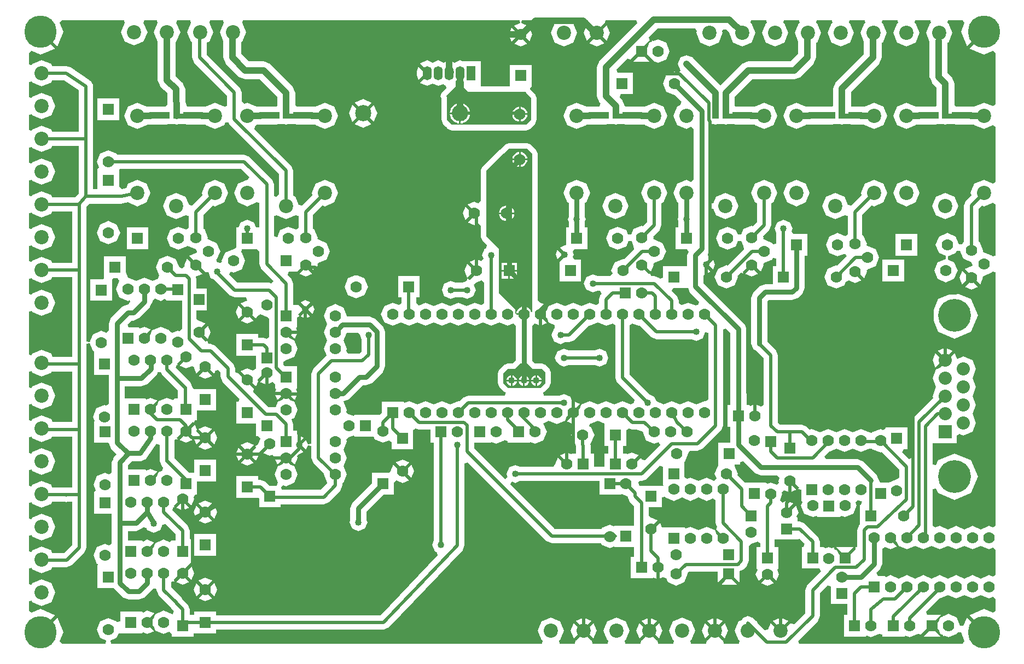
<source format=gbl>
%FSLAX24Y24*%
%MOIN*%
G70*
G01*
G75*
G04 Layer_Physical_Order=2*
G04 Layer_Color=16711680*
%ADD10C,0.0300*%
%ADD11C,0.0394*%
%ADD12C,0.0197*%
%ADD13C,0.0200*%
%ADD14C,0.0295*%
%ADD15O,0.0551X0.0850*%
%ADD16R,0.0551X0.0850*%
%ADD17C,0.0984*%
%ADD18O,0.1004X0.0984*%
%ADD19C,0.0700*%
%ADD20C,0.0866*%
%ADD21R,0.0700X0.0700*%
%ADD22R,0.0700X0.0700*%
%ADD23C,0.1969*%
%ADD24C,0.2000*%
%ADD25C,0.0800*%
%ADD26R,0.0800X0.0800*%
%ADD27C,0.0400*%
%ADD28R,0.0394X0.0394*%
%ADD29C,0.0400*%
G36*
X131290Y88690D02*
X132610D01*
Y88690D01*
X132675Y88734D01*
X132900Y88640D01*
D01*
X133022Y88583D01*
D01*
X133022Y88583D01*
X133152Y88270D01*
X133416Y88006D01*
Y86810D01*
X132240D01*
Y86810D01*
X132175Y86767D01*
X131950Y86860D01*
X131445Y86650D01*
X131427Y86607D01*
X128585D01*
X125865Y89327D01*
X125976Y89494D01*
X126181Y89409D01*
X126447Y89519D01*
X131290D01*
Y88690D01*
D02*
G37*
G36*
X99164Y102836D02*
X97944D01*
X97892Y102962D01*
X97323Y103198D01*
X96754Y102962D01*
X96723Y102886D01*
X96526Y102925D01*
Y103862D01*
X96723Y103901D01*
X96754Y103825D01*
X97323Y103589D01*
X97892Y103825D01*
X98127Y104394D01*
X97892Y104962D01*
X97323Y105198D01*
X96754Y104962D01*
X96723Y104886D01*
X96526Y104925D01*
Y105862D01*
X96723Y105901D01*
X96754Y105825D01*
X97323Y105589D01*
X97892Y105825D01*
X97944Y105952D01*
X99164D01*
Y102836D01*
D02*
G37*
G36*
X135167Y90383D02*
Y89301D01*
X135167D01*
X135176Y89287D01*
X135167Y89301D01*
X135203Y89243D01*
X135109D01*
Y89243D01*
X133789D01*
Y89243D01*
X133752D01*
X133657Y89419D01*
X133724Y89519D01*
X133858D01*
X134171Y89648D01*
X134982Y90459D01*
X135167Y90383D01*
D02*
G37*
G36*
X112971Y105696D02*
Y104965D01*
X112805Y104854D01*
X112343Y105045D01*
X111837Y104836D01*
X111662Y104412D01*
X111466Y104451D01*
Y105697D01*
X111636Y105730D01*
X111636D01*
D01*
X112205Y105495D01*
X112773Y105730D01*
X112775Y105735D01*
X112971Y105696D01*
D02*
G37*
G36*
X104511Y91723D02*
Y90748D01*
X104640Y90435D01*
X104654Y90430D01*
X104719Y90364D01*
X104680Y90168D01*
X104453Y90074D01*
X104453Y90074D01*
X104448Y90072D01*
X104342Y89817D01*
X104022Y89497D01*
X103883Y89636D01*
X104359Y90113D01*
X103953Y90281D01*
X103693Y90174D01*
X103613Y90227D01*
Y90227D01*
X102585D01*
Y90474D01*
X102816Y90723D01*
X103307D01*
X103347Y90739D01*
X103389Y90729D01*
X103518Y90810D01*
X103659Y90868D01*
X103676Y90908D01*
X103712Y90931D01*
X104320Y91784D01*
X104511Y91723D01*
D02*
G37*
G36*
X131615Y93022D02*
X131615Y93022D01*
X131615D01*
X131623Y93018D01*
Y92983D01*
X131623D01*
Y91663D01*
X131841D01*
Y91211D01*
X131623D01*
Y90403D01*
X130975D01*
Y91211D01*
X130757D01*
Y91701D01*
X130726Y91777D01*
Y91792D01*
X130789Y91818D01*
X130998Y92323D01*
X130789Y92828D01*
X130658Y92882D01*
X130701Y92986D01*
X131201Y93194D01*
X131615Y93022D01*
D02*
G37*
G36*
X139266Y98580D02*
Y94164D01*
X139104D01*
Y92844D01*
X139266D01*
Y91860D01*
X138540D01*
Y90540D01*
X138540Y90540D01*
X138540D01*
X138553Y90477D01*
X138526Y90466D01*
X138317Y89961D01*
X138430Y89688D01*
X138289Y89547D01*
X137827Y89738D01*
X137327Y89531D01*
X136827Y89738D01*
X136653Y89666D01*
X136487Y89777D01*
Y90621D01*
X136487Y90621D01*
X136487D01*
X136474Y90684D01*
X136500Y90695D01*
X136710Y91200D01*
X136710Y91200D01*
X136710Y91200D01*
X136815Y91358D01*
X137272D01*
X137585Y91487D01*
X137585D01*
X138698Y92601D01*
X138828Y92913D01*
X138828Y92913D01*
Y92913D01*
Y98757D01*
X139013Y98833D01*
X139266Y98580D01*
D02*
G37*
G36*
X99558Y107050D02*
X99380Y106836D01*
X97944D01*
X97892Y106962D01*
X97323Y107198D01*
X96754Y106962D01*
X96723Y106886D01*
X96526Y106925D01*
Y107862D01*
X96723Y107901D01*
X96754Y107825D01*
X97323Y107589D01*
X97892Y107825D01*
X98127Y108394D01*
X97892Y108962D01*
X97323Y109198D01*
X96754Y108962D01*
X96723Y108886D01*
X96526Y108925D01*
Y109862D01*
X96723Y109901D01*
X96754Y109825D01*
X97323Y109589D01*
X97892Y109825D01*
X97944Y109952D01*
X99558D01*
Y107050D01*
D02*
G37*
G36*
X105463Y86305D02*
Y85896D01*
X105246D01*
Y85896D01*
X105108Y85805D01*
X104756Y85951D01*
X104256Y85743D01*
X104256Y85744D01*
X104251Y85741D01*
X104145Y85486D01*
X103825Y85167D01*
X103686Y85306D01*
X104163Y85782D01*
X103756Y85951D01*
X103496Y85843D01*
X103416Y85896D01*
Y85896D01*
X102585D01*
Y86471D01*
X103071D01*
X103423Y86616D01*
X103500Y86693D01*
D01*
X103696Y86654D01*
X103711Y86616D01*
X103744Y86539D01*
X104134Y86377D01*
X104524Y86539D01*
X104662Y86871D01*
X104858Y86910D01*
X105463Y86305D01*
D02*
G37*
G36*
X135322Y88518D02*
X135827Y88309D01*
X136327Y88516D01*
X136827Y88309D01*
X137327Y88516D01*
X137827Y88309D01*
X138218Y88471D01*
X138385Y88360D01*
Y86961D01*
X138385Y86961D01*
X138385D01*
X138474Y86745D01*
X138398Y86560D01*
X138420Y86570D01*
X138896Y86093D01*
X138757Y85954D01*
X138438Y86274D01*
X138332Y86529D01*
X138327Y86531D01*
X138327Y86531D01*
X137827Y86738D01*
X137327Y86531D01*
X136827Y86738D01*
X136567Y86630D01*
X136487Y86684D01*
Y86684D01*
X135167D01*
Y86684D01*
X135121D01*
X134995Y86989D01*
X134518Y86513D01*
X134379Y86652D01*
X134856Y87129D01*
X134449Y87297D01*
X134449Y87297D01*
X134449Y87297D01*
X134300Y87396D01*
Y87923D01*
X135109D01*
Y88520D01*
X135305Y88559D01*
X135322Y88518D01*
D02*
G37*
G36*
X155442Y106400D02*
Y103260D01*
X155246Y103221D01*
X155230Y103261D01*
X154724Y103470D01*
X154724Y103470D01*
Y103470D01*
X154724D01*
D01*
X154657Y103538D01*
X154679Y103591D01*
X154470Y104096D01*
X154407Y104122D01*
Y106144D01*
X154598Y106335D01*
X154724Y106282D01*
X155276Y106511D01*
X155442Y106400D01*
D02*
G37*
G36*
X140790Y90002D02*
X140893Y89960D01*
X141142Y89856D01*
X142152D01*
X142263Y89690D01*
X142199Y89535D01*
X142244Y89427D01*
X142103Y89285D01*
X141732Y89439D01*
X141533Y89356D01*
X141408Y89440D01*
Y89440D01*
X140178D01*
X139720Y89898D01*
X139746Y89961D01*
X139552Y90429D01*
X139552Y90429D01*
X139552Y90429D01*
X139537Y90466D01*
Y90466D01*
X139551Y90540D01*
X139860D01*
Y90671D01*
X140045Y90747D01*
X140790Y90002D01*
D02*
G37*
G36*
X143459Y89129D02*
X143419Y89030D01*
X143590Y88996D01*
Y88340D01*
X143590D01*
X143657Y88240D01*
X143577Y88047D01*
X143786Y87542D01*
X144291Y87333D01*
X144491Y87415D01*
X144616Y87332D01*
Y87332D01*
X145936D01*
Y87332D01*
X146060Y87415D01*
X146260Y87333D01*
X146765Y87542D01*
X146974Y88047D01*
X146898Y88231D01*
X147039Y88373D01*
X147250Y88286D01*
X147250Y88286D01*
X147250Y88286D01*
X147299Y88253D01*
X147241Y88062D01*
X147175D01*
Y86900D01*
X147128Y86854D01*
X146999Y86541D01*
Y85503D01*
X146920D01*
Y85363D01*
X146329Y84773D01*
X146260Y84842D01*
X146190Y84773D01*
X145859Y85105D01*
X145781Y85293D01*
X145600Y85367D01*
Y85503D01*
X145475Y85419D01*
D01*
X145276Y85502D01*
X145076Y85419D01*
X144951Y85503D01*
Y85503D01*
X144733D01*
Y85827D01*
X144604Y86139D01*
X143817Y86927D01*
X143504Y87056D01*
X143377D01*
Y87274D01*
X143377D01*
X143323Y87354D01*
X143431Y87614D01*
X143262Y88021D01*
X142786Y87545D01*
X142647Y87684D01*
X143123Y88160D01*
X142717Y88329D01*
X142434Y88212D01*
X142293Y88353D01*
X142447Y88724D01*
X142402Y88833D01*
X142543Y88974D01*
X142913Y88821D01*
X143320Y88990D01*
X142844Y89466D01*
X142983Y89605D01*
X143459Y89129D01*
D02*
G37*
G36*
X99164Y85648D02*
X98659Y85142D01*
X97951D01*
X97892Y85285D01*
X97323Y85521D01*
X96754Y85285D01*
X96723Y85209D01*
X96526Y85248D01*
Y86185D01*
X96723Y86224D01*
X96754Y86148D01*
X97323Y85912D01*
X97892Y86148D01*
X98127Y86717D01*
X97892Y87285D01*
X97323Y87521D01*
X96754Y87285D01*
X96723Y87209D01*
X96526Y87248D01*
Y88185D01*
X96723Y88224D01*
X96754Y88148D01*
X97323Y87912D01*
X97892Y88148D01*
X97937Y88259D01*
X98762D01*
X98819Y88235D01*
X98876Y88259D01*
X99164D01*
Y85648D01*
D02*
G37*
G36*
X136487Y101308D02*
X136690D01*
X136798Y101048D01*
X137383Y100463D01*
X137353Y100313D01*
X137176Y100218D01*
X136701Y100415D01*
X136309Y100253D01*
X136143Y100364D01*
Y100520D01*
X136013Y100832D01*
X135722Y101124D01*
X135798Y101308D01*
X136487D01*
Y101308D01*
D02*
G37*
G36*
X127200Y96400D02*
X127250Y96350D01*
X127800D01*
X128000Y96150D01*
Y95550D01*
Y95500D01*
X127700Y95200D01*
X125750D01*
X125450Y95500D01*
Y96100D01*
X125700Y96350D01*
X126150D01*
X126500Y96700D01*
X126900D01*
X127200Y96400D01*
D02*
G37*
G36*
X133701Y98986D02*
X133764Y99013D01*
X134467Y98309D01*
X134780Y98180D01*
X136939D01*
X137205Y98070D01*
X137595Y98232D01*
X137675Y98425D01*
X137748Y98600D01*
X137944Y98561D01*
Y94495D01*
X137777Y94383D01*
X137701Y94415D01*
X137201Y94208D01*
X136701Y94415D01*
X136201Y94208D01*
X135701Y94415D01*
X135201Y94208D01*
X134763Y94389D01*
X134642Y94682D01*
X134377Y94792D01*
X133143Y96026D01*
Y99038D01*
X133309Y99149D01*
X133701Y98986D01*
D02*
G37*
G36*
X126945Y109750D02*
X127200Y109500D01*
Y109250D01*
Y108550D01*
Y99847D01*
X127151Y99837D01*
X127110Y99937D01*
X127035Y100035D01*
X126937Y100110D01*
X126823Y100157D01*
X126751Y100166D01*
Y99701D01*
X126701D01*
Y99651D01*
X126235D01*
X126229Y99701D01*
X126232Y99724D01*
X126182Y99727D01*
Y100000D01*
X125571Y100600D01*
X125164Y101000D01*
Y101100D01*
Y103700D01*
X124400Y104450D01*
Y105350D01*
Y108450D01*
X125469Y109500D01*
X125775Y109800D01*
X126895D01*
X126945Y109750D01*
D02*
G37*
G36*
X116692Y98425D02*
X116692Y98425D01*
X116692D01*
X116802Y98160D01*
Y97427D01*
X116667Y97292D01*
X115969D01*
X115858Y97459D01*
X115919Y97606D01*
X115712Y98106D01*
X115899Y98557D01*
X116604D01*
X116692Y98425D01*
D02*
G37*
G36*
X104584Y96161D02*
X104640Y96026D01*
X105621Y95045D01*
D01*
Y94558D01*
X105442Y94558D01*
Y94558D01*
X105305Y94466D01*
X104953Y94612D01*
X104453Y94405D01*
X104453Y94405D01*
X104448Y94403D01*
X104342Y94148D01*
X104022Y93828D01*
X103883Y93967D01*
X104359Y94444D01*
X103953Y94612D01*
X103693Y94504D01*
X103613Y94558D01*
Y94558D01*
X102388D01*
Y95289D01*
X103386D01*
X103738Y95435D01*
X103738Y95435D01*
X103738Y95435D01*
X104328Y96026D01*
X104359Y96100D01*
X104371Y96129D01*
X104384Y96161D01*
X104584D01*
D02*
G37*
G36*
X104559Y100514D02*
X104818Y100621D01*
X104940Y100540D01*
Y100540D01*
X105857D01*
Y98783D01*
X105691Y98672D01*
X105600Y98710D01*
X105282Y98578D01*
X105097Y98654D01*
X105064Y98733D01*
X104559Y98943D01*
X104059Y98736D01*
X104059Y98736D01*
X104054Y98734D01*
X103948Y98478D01*
X103629Y98159D01*
X103489Y98298D01*
X103966Y98774D01*
X103559Y98943D01*
X103299Y98835D01*
X103219Y98888D01*
Y98888D01*
X102610D01*
X102533Y99073D01*
D01*
X102765Y99305D01*
X102890D01*
X103242Y99451D01*
X103242Y99451D01*
X103242Y99451D01*
X103911Y100120D01*
X103954Y100223D01*
X104057Y100472D01*
Y100542D01*
X104223Y100653D01*
X104559Y100514D01*
D02*
G37*
G36*
X110582Y103529D02*
Y102756D01*
X110582Y102756D01*
X110582D01*
X110711Y102443D01*
X111425Y101729D01*
X111314Y101563D01*
X111169Y101623D01*
X109252D01*
X108742Y102133D01*
X108854Y102299D01*
X109000Y102238D01*
X109505Y102448D01*
X109714Y102953D01*
X109505Y103458D01*
X109465Y103475D01*
X109504Y103671D01*
X110440D01*
X110582Y103529D01*
D02*
G37*
G36*
X147250Y91286D02*
X147736Y91487D01*
X147917D01*
X147920Y91479D01*
X148425Y91270D01*
X148488Y91296D01*
X149325Y90459D01*
X149558Y90226D01*
Y89735D01*
X149409Y89636D01*
X149409Y89636D01*
Y89636D01*
X148936Y89440D01*
X148418D01*
X148333Y89567D01*
X148333Y89567D01*
X148333D01*
X148187Y89919D01*
X147399Y90706D01*
X147047Y90852D01*
X145093D01*
X145017Y91037D01*
X145276Y91296D01*
X145750Y91493D01*
X146250Y91286D01*
X146750Y91493D01*
X147250Y91286D01*
D02*
G37*
G36*
X133291Y92668D02*
X133573D01*
X133931Y92520D01*
Y92520D01*
X133931Y92520D01*
X134141Y92015D01*
X134646Y91805D01*
X134910Y91915D01*
X135021Y91748D01*
X134074Y90802D01*
X133878Y90841D01*
X133829Y90958D01*
X133353Y90482D01*
X133214Y90621D01*
X133690Y91097D01*
X133283Y91266D01*
X133023Y91158D01*
X132943Y91211D01*
Y91211D01*
X132726D01*
Y91663D01*
X132943D01*
Y92632D01*
X133110Y92743D01*
X133291Y92668D01*
D02*
G37*
G36*
X99164Y89143D02*
X97951D01*
X97892Y89285D01*
X97323Y89521D01*
X96754Y89285D01*
X96723Y89209D01*
X96526Y89248D01*
Y90185D01*
X96723Y90224D01*
X96754Y90148D01*
X97323Y89912D01*
X97892Y90148D01*
X98127Y90717D01*
X97892Y91285D01*
X97323Y91521D01*
X96754Y91285D01*
X96723Y91209D01*
X96526Y91248D01*
Y92185D01*
X96723Y92224D01*
X96754Y92148D01*
X97323Y91912D01*
X97892Y92148D01*
X97928Y92235D01*
X99164D01*
Y89143D01*
D02*
G37*
G36*
X100440Y97471D02*
X100516Y97440D01*
X100490Y97310D01*
X100490D01*
X100490Y97310D01*
Y95990D01*
X101392D01*
Y95787D01*
Y94239D01*
X101226Y94128D01*
X101150Y94160D01*
X100645Y93950D01*
X100436Y93445D01*
X100536Y93202D01*
X100521Y93180D01*
X100521D01*
Y91860D01*
X101328D01*
X101392Y91835D01*
Y91835D01*
X101392Y91835D01*
X101467Y91668D01*
X101538Y91498D01*
X101545Y91495D01*
X101549Y91488D01*
X101879Y91177D01*
X101722Y91008D01*
X101658Y90837D01*
D01*
X101589Y90669D01*
Y90041D01*
X101422Y89929D01*
X101181Y90029D01*
X100676Y89820D01*
X100467Y89315D01*
X100607Y88977D01*
X100521Y88849D01*
X100521D01*
Y87529D01*
X101589D01*
Y86969D01*
X101589Y86968D01*
X101589D01*
Y85710D01*
X101422Y85599D01*
X101181Y85699D01*
X100676Y85489D01*
X100467Y84984D01*
X100676Y84479D01*
X100744Y84451D01*
X100718Y84321D01*
X100718D01*
X100718Y84321D01*
Y83001D01*
X101688D01*
X101735Y82955D01*
X101735Y82955D01*
X101735Y82955D01*
X102246Y82443D01*
X102349Y82400D01*
X102598Y82297D01*
X103244D01*
X103420Y82370D01*
X103596Y82443D01*
X104108Y82955D01*
X104118Y82978D01*
X104232Y82956D01*
X104314Y82939D01*
Y82874D01*
D01*
D01*
X104379Y82717D01*
X104443Y82561D01*
X105177Y81828D01*
X105199Y81774D01*
X105376Y81597D01*
X105318Y81406D01*
X105267Y81396D01*
X105261Y81411D01*
X104756Y81620D01*
X104256Y81413D01*
X104256Y81413D01*
X104251Y81411D01*
X104145Y81155D01*
X103895Y80906D01*
X104145Y80656D01*
X104251Y80400D01*
X104256Y80398D01*
X104256Y80398D01*
X104756Y80191D01*
X105079Y80325D01*
X105246Y80214D01*
Y80049D01*
X106566D01*
Y80246D01*
X106623D01*
Y80246D01*
X107943D01*
Y80463D01*
X118150D01*
X118154Y80465D01*
X118159Y80464D01*
X118310Y80530D01*
X118462Y80593D01*
X118464Y80598D01*
X118469Y80600D01*
X122957Y85285D01*
X123017Y85438D01*
X123037Y85486D01*
X123080Y85591D01*
Y90601D01*
X123265Y90677D01*
X128089Y85853D01*
X128402Y85723D01*
X131410D01*
X131445Y85640D01*
X131950Y85431D01*
X132184Y85528D01*
X132240Y85490D01*
Y85490D01*
X133416D01*
Y84912D01*
X133198D01*
Y83592D01*
X134518D01*
Y83592D01*
X134598Y83645D01*
X134858Y83538D01*
X135179Y83670D01*
X135364Y83594D01*
X135463Y83353D01*
X135969Y83144D01*
X136474Y83353D01*
X136683Y83858D01*
X136657Y83921D01*
X136742Y84007D01*
X138513D01*
Y83337D01*
X139104Y83928D01*
X139173Y83858D01*
X139243Y83928D01*
X139833Y83337D01*
Y84042D01*
D01*
X140061Y84136D01*
X140263Y84337D01*
X140362Y84576D01*
X140392Y84650D01*
Y84650D01*
Y85581D01*
X140551Y85687D01*
X140551Y85687D01*
Y85687D01*
X140927Y85843D01*
X141093Y85732D01*
Y85503D01*
X140875D01*
Y84183D01*
X140875D01*
X140929Y84103D01*
X140821Y83843D01*
X140990Y83436D01*
X141466Y83912D01*
X141535Y83843D01*
X141605Y83912D01*
X142081Y83436D01*
X142250Y83843D01*
X142142Y84103D01*
X142195Y84183D01*
X142195D01*
Y85503D01*
X141978D01*
Y85954D01*
X142057D01*
Y85954D01*
X143377D01*
X143377Y85954D01*
Y85954D01*
X143491Y86002D01*
X143806Y85687D01*
X143729Y85503D01*
X143631D01*
Y84183D01*
X144713D01*
X144790Y83998D01*
X143979Y83187D01*
X143849Y82874D01*
Y81474D01*
X143166Y80791D01*
X142970Y80830D01*
X142956Y80864D01*
X142416Y80324D01*
X142346Y80394D01*
X142277Y80324D01*
X141737Y80864D01*
X141579Y80482D01*
X141382Y80443D01*
X140952Y80873D01*
X140915Y80962D01*
X140826Y80999D01*
X140663Y81163D01*
X140350Y81292D01*
X140037Y81163D01*
X139991Y81051D01*
X139778Y80962D01*
X139542Y80394D01*
X139778Y79825D01*
X139854Y79793D01*
X139815Y79597D01*
X138878D01*
X138839Y79793D01*
X138817Y79784D01*
X138346Y80255D01*
X137876Y79784D01*
X137854Y79793D01*
X137815Y79597D01*
X136878D01*
X136839Y79793D01*
X136915Y79825D01*
X137151Y80394D01*
X136915Y80962D01*
X136346Y81198D01*
X135778Y80962D01*
X135542Y80394D01*
X135778Y79825D01*
X135854Y79793D01*
X135815Y79597D01*
X134878D01*
X134839Y79793D01*
X134817Y79784D01*
X134346Y80255D01*
X133876Y79784D01*
X133854Y79793D01*
X133815Y79597D01*
X132878D01*
X132839Y79793D01*
X132915Y79825D01*
X133151Y80394D01*
X132915Y80962D01*
X132346Y81198D01*
X131778Y80962D01*
X131542Y80394D01*
X131778Y79825D01*
X131854Y79793D01*
X131815Y79597D01*
X130878D01*
X130839Y79793D01*
X130817Y79784D01*
X130346Y80255D01*
X129876Y79784D01*
X129854Y79793D01*
X129815Y79597D01*
X128878D01*
X128839Y79793D01*
X128915Y79825D01*
X129151Y80394D01*
X128915Y80962D01*
X128346Y81198D01*
X127778Y80962D01*
X127542Y80394D01*
X127778Y79825D01*
X127854Y79793D01*
X127815Y79597D01*
X101540D01*
X101501Y79793D01*
X101883Y79952D01*
X102005Y80246D01*
X102096D01*
X102096D01*
X102185Y80246D01*
Y80246D01*
X102185Y80246D01*
X103416D01*
Y80246D01*
X103496Y80299D01*
X103756Y80191D01*
X104163Y80360D01*
X103686Y80836D01*
X103756Y80906D01*
X103686Y80975D01*
X104163Y81451D01*
X103756Y81620D01*
X103496Y81512D01*
X103416Y81566D01*
Y81566D01*
X102096D01*
Y80961D01*
X101900Y80922D01*
X101883Y80962D01*
X101378Y81171D01*
X100873Y80962D01*
X100664Y80457D01*
X100873Y79952D01*
X101255Y79793D01*
X101216Y79597D01*
X98528D01*
X98417Y79764D01*
X98645Y80315D01*
X98275Y81207D01*
X97314Y80245D01*
X97174Y80384D01*
X98136Y81346D01*
X97244Y81716D01*
X96693Y81487D01*
X96526Y81599D01*
Y82185D01*
X96723Y82224D01*
X96754Y82148D01*
X97323Y81912D01*
X97892Y82148D01*
X98127Y82717D01*
X97892Y83285D01*
X97323Y83521D01*
X96754Y83285D01*
X96723Y83209D01*
X96526Y83248D01*
Y84185D01*
X96723Y84224D01*
X96754Y84148D01*
X97323Y83912D01*
X97892Y84148D01*
X97937Y84258D01*
X98842D01*
X99154Y84387D01*
X99154Y84387D01*
X99154Y84387D01*
X99919Y85152D01*
X99977Y85293D01*
X100048Y85465D01*
X100048Y85465D01*
Y85465D01*
Y88701D01*
X100048Y88701D01*
X100048Y88701D01*
Y88701D01*
Y92638D01*
Y92638D01*
Y92638D01*
Y92677D01*
Y92677D01*
Y92677D01*
Y96654D01*
X100048Y96654D01*
X100048Y96654D01*
Y96654D01*
Y97903D01*
X100245Y97943D01*
X100440Y97471D01*
D02*
G37*
G36*
X99164Y97096D02*
X97970D01*
X97892Y97285D01*
X97323Y97521D01*
X96754Y97285D01*
X96723Y97209D01*
X96526Y97248D01*
Y99862D01*
X96723Y99901D01*
X96754Y99825D01*
X97323Y99589D01*
X97892Y99825D01*
X98127Y100394D01*
X97892Y100962D01*
X97323Y101198D01*
X96754Y100962D01*
X96723Y100886D01*
X96526Y100925D01*
Y101862D01*
X96723Y101901D01*
X96754Y101825D01*
X97323Y101589D01*
X97892Y101825D01*
X97944Y101952D01*
X99164D01*
Y97096D01*
D02*
G37*
G36*
X96754Y96148D02*
X97323Y95912D01*
X97892Y96148D01*
X97918Y96211D01*
X99164D01*
Y93119D01*
X97960D01*
X97892Y93285D01*
X97323Y93521D01*
X96754Y93285D01*
X96723Y93209D01*
X96526Y93248D01*
Y94185D01*
X96723Y94224D01*
X96754Y94148D01*
X97323Y93912D01*
X97892Y94148D01*
X98127Y94717D01*
X97892Y95285D01*
X97323Y95521D01*
X96754Y95285D01*
X96723Y95209D01*
X96526Y95248D01*
Y96185D01*
X96723Y96224D01*
X96754Y96148D01*
D02*
G37*
G36*
X149421Y85821D02*
X149526Y85566D01*
X149531Y85564D01*
X149531Y85564D01*
X150031Y85356D01*
X150532Y85564D01*
X151032Y85356D01*
X151531Y85564D01*
X152031Y85356D01*
X152531Y85564D01*
X153032Y85356D01*
X153532Y85564D01*
X154031Y85356D01*
X154531Y85564D01*
X155031Y85356D01*
X155276Y85458D01*
X155442Y85347D01*
Y83795D01*
X155276Y83684D01*
X155031Y83785D01*
X154531Y83578D01*
X154031Y83785D01*
X153532Y83578D01*
X153032Y83785D01*
X152531Y83578D01*
X152031Y83785D01*
X151531Y83578D01*
X151032Y83785D01*
X150532Y83578D01*
X150031Y83785D01*
X149531Y83578D01*
X149031Y83785D01*
X148771Y83678D01*
X148692Y83731D01*
Y83731D01*
X148263D01*
X148187Y83916D01*
X148384Y84113D01*
X148529Y84465D01*
X148529Y84465D01*
X148529Y84465D01*
Y84465D01*
Y85384D01*
X148696Y85496D01*
X149031Y85356D01*
X149438Y85525D01*
X148962Y86001D01*
X149101Y86141D01*
X149421Y85821D01*
D02*
G37*
G36*
X106400Y117458D02*
Y117458D01*
D01*
X106164Y116890D01*
X106400Y116321D01*
X106487Y116285D01*
Y115354D01*
X106617Y115042D01*
X108613Y113045D01*
D01*
Y112414D01*
X108443Y112380D01*
X108443D01*
D01*
X107874Y112615D01*
X107305Y112380D01*
X107297Y112360D01*
X107098D01*
X107079Y112368D01*
X106173D01*
X106068Y112621D01*
X106060Y113431D01*
X106058Y113435D01*
X106060Y113440D01*
X105976Y113628D01*
X105896Y113817D01*
X105891Y113819D01*
X105889Y113824D01*
X105478Y114213D01*
Y116303D01*
X105521Y116321D01*
X105757Y116890D01*
X105521Y117458D01*
Y117458D01*
Y117458D01*
X105559Y117647D01*
X106362D01*
X106400Y117458D01*
D02*
G37*
G36*
X104384D02*
Y117458D01*
D01*
X104148Y116890D01*
X104381Y116330D01*
Y113976D01*
X104384Y113969D01*
X104381Y113961D01*
X104464Y113776D01*
X104541Y113588D01*
X104549Y113585D01*
X104552Y113578D01*
X104965Y113187D01*
X104972Y112510D01*
X104831Y112368D01*
X103945D01*
X103945Y112368D01*
X103926Y112360D01*
X103727D01*
X103718Y112380D01*
X103150Y112615D01*
X102581Y112380D01*
X102345Y111811D01*
X102581Y111242D01*
X103150Y111007D01*
X103718Y111242D01*
X103727Y111262D01*
X103937D01*
X103956Y111270D01*
X104917D01*
X105018Y111312D01*
X105408D01*
X105528Y111262D01*
X105530Y111264D01*
X105533Y111262D01*
X105649Y111312D01*
X106072D01*
X106173Y111270D01*
X107068D01*
X107087Y111262D01*
X107087Y111262D01*
X107297D01*
X107305Y111242D01*
X107874Y111007D01*
X108443Y111242D01*
X108505Y111392D01*
X108705D01*
X108743Y111302D01*
X111763Y108281D01*
Y107000D01*
X111608Y106874D01*
X111466Y106902D01*
Y107622D01*
X111336Y107935D01*
X109958Y109313D01*
X109646Y109442D01*
X101909D01*
X101883Y109505D01*
X101378Y109714D01*
X100873Y109505D01*
X100664Y109000D01*
X100804Y108662D01*
X100718Y108534D01*
X100718D01*
Y107332D01*
X100442D01*
Y110394D01*
X100434Y110413D01*
X100442Y110433D01*
Y113606D01*
X100425Y113648D01*
X100433Y113693D01*
X100362Y113800D01*
X100313Y113919D01*
X100271Y113936D01*
X100245Y113974D01*
X99064Y114762D01*
X98938Y114787D01*
X98819Y114836D01*
X97944D01*
X97892Y114962D01*
X97323Y115198D01*
X96754Y114962D01*
X96723Y114886D01*
X96526Y114925D01*
Y115646D01*
X96693Y115757D01*
X97244Y115528D01*
X98136Y115898D01*
X97174Y116860D01*
X97314Y116999D01*
X98275Y116037D01*
X98645Y116929D01*
X98417Y117481D01*
X98528Y117647D01*
X102347D01*
X102384Y117458D01*
Y117458D01*
D01*
X102148Y116890D01*
X102384Y116321D01*
X102953Y116085D01*
X103521Y116321D01*
X103757Y116890D01*
X103521Y117458D01*
Y117458D01*
Y117458D01*
X103559Y117647D01*
X104347D01*
X104384Y117458D01*
D02*
G37*
G36*
X145403Y83099D02*
Y82017D01*
X146408D01*
Y81369D01*
X146190D01*
Y80049D01*
X147510D01*
Y80049D01*
X147590Y80102D01*
X147850Y79994D01*
X148356Y80204D01*
X148356Y80206D01*
X148553Y80167D01*
Y80049D01*
X149873D01*
Y80049D01*
X149952Y80102D01*
X150213Y79994D01*
X150718Y80204D01*
X150719Y80206D01*
X150915Y80167D01*
Y80188D01*
X151505Y80778D01*
X152096Y81369D01*
X151287D01*
X151210Y81553D01*
X152019Y82362D01*
X152031Y82356D01*
X152531Y82564D01*
X153032Y82356D01*
X153532Y82564D01*
X154031Y82356D01*
X154531Y82564D01*
X155031Y82356D01*
X155276Y82458D01*
X155442Y82347D01*
Y81599D01*
X155276Y81487D01*
X154724Y81716D01*
X153832Y81346D01*
X154794Y80384D01*
X154655Y80245D01*
X153693Y81207D01*
X153488Y80712D01*
X153288D01*
X153080Y81214D01*
X152575Y81423D01*
X152315Y81315D01*
X152235Y81369D01*
Y81282D01*
X152070Y81214D01*
X151964Y80959D01*
X151714Y80709D01*
X151964Y80459D01*
X152070Y80204D01*
X152235Y80135D01*
Y80049D01*
X152315Y80102D01*
X152575Y79994D01*
X153080Y80204D01*
X153125Y80312D01*
X153325D01*
X153552Y79764D01*
X153441Y79597D01*
X143484D01*
X143407Y79782D01*
X144604Y80979D01*
X144733Y81291D01*
Y82691D01*
X145218Y83176D01*
X145403Y83099D01*
D02*
G37*
G36*
X108400Y117458D02*
Y117458D01*
D01*
X108164Y116890D01*
X108381Y116368D01*
Y115354D01*
X108541Y114966D01*
X109329Y114179D01*
X109717Y114018D01*
X110615D01*
X111672Y112962D01*
Y112409D01*
X111610Y112368D01*
X110638D01*
X110638Y112368D01*
X110619Y112360D01*
X110420D01*
X110411Y112380D01*
X109843Y112615D01*
X109663Y112541D01*
X109497Y112652D01*
Y113228D01*
X109368Y113541D01*
X107371Y115537D01*
Y116252D01*
X107537Y116321D01*
X107773Y116890D01*
X107537Y117458D01*
Y117458D01*
Y117458D01*
X107575Y117647D01*
X108362D01*
X108400Y117458D01*
D02*
G37*
G36*
X99558Y113370D02*
Y110836D01*
X97944D01*
X97892Y110962D01*
X97323Y111198D01*
X96754Y110962D01*
X96723Y110886D01*
X96526Y110925D01*
Y111862D01*
X96723Y111901D01*
X96754Y111825D01*
X97323Y111589D01*
X97892Y111825D01*
X98127Y112394D01*
X97892Y112962D01*
X97323Y113198D01*
X96754Y112962D01*
X96723Y112886D01*
X96526Y112925D01*
Y113862D01*
X96723Y113901D01*
X96754Y113825D01*
X97323Y113589D01*
X97892Y113825D01*
X97944Y113952D01*
X98685D01*
X99558Y113370D01*
D02*
G37*
G36*
X143515Y117451D02*
X143439Y117419D01*
X143204Y116850D01*
X143420Y116328D01*
Y115582D01*
X142954Y115116D01*
X140370D01*
X139982Y114955D01*
X138689Y113662D01*
X137008Y115343D01*
X137005Y115351D01*
X136614Y115513D01*
X136224Y115351D01*
X136062Y114961D01*
X136224Y114570D01*
D01*
X136180Y114465D01*
X136131Y114391D01*
X135882Y114494D01*
X135377Y114285D01*
X135168Y113780D01*
X135377Y113274D01*
X135882Y113065D01*
X135889Y113068D01*
X136294Y112663D01*
X136255Y112467D01*
X136045Y112380D01*
X135810Y111811D01*
X136045Y111242D01*
X136614Y111007D01*
X136886Y111119D01*
X137052Y111008D01*
Y107890D01*
X136886Y107778D01*
X136614Y107891D01*
X136045Y107655D01*
X135810Y107087D01*
X136045Y106518D01*
X136119Y106488D01*
Y105649D01*
X136062Y105512D01*
X136119Y105375D01*
Y104991D01*
X135954D01*
Y103671D01*
X136626D01*
X136737Y103504D01*
X136652Y103300D01*
Y102629D01*
X136487D01*
Y102628D01*
X135167D01*
Y101940D01*
X134982Y101864D01*
X134958Y101887D01*
X134646Y102017D01*
X134427D01*
X134391Y102200D01*
X134293Y102159D01*
X133816Y102635D01*
X133955Y102774D01*
X134432Y102298D01*
X134600Y102705D01*
X134579Y102756D01*
X134577Y102760D01*
X134646Y102829D01*
X134646Y102829D01*
X134646Y102829D01*
X135151Y103038D01*
X135360Y103543D01*
X135151Y104048D01*
X134646Y104258D01*
X134646Y104258D01*
Y104258D01*
X134646D01*
D01*
X134578Y104325D01*
X134600Y104378D01*
X134574Y104441D01*
X134574Y104441D01*
X134958Y104825D01*
X135088Y105138D01*
X135088Y105138D01*
X135088Y105138D01*
Y105138D01*
Y106465D01*
X135214Y106518D01*
X135450Y107087D01*
X135214Y107655D01*
X134646Y107891D01*
X134077Y107655D01*
X133841Y107087D01*
X134077Y106518D01*
X134204Y106465D01*
Y105321D01*
X133949Y105066D01*
X133886Y105092D01*
X133381Y104883D01*
X133244Y104553D01*
X133044D01*
X132926Y104836D01*
X132421Y105045D01*
X131916Y104836D01*
X131707Y104331D01*
X131916Y103826D01*
X132421Y103616D01*
X132926Y103826D01*
X133063Y104156D01*
X133263D01*
X133381Y103873D01*
X133382Y103872D01*
X133421Y103676D01*
X132795Y103050D01*
D01*
X132732Y103077D01*
X132227Y102867D01*
X132018Y102362D01*
X132092Y102183D01*
X131981Y102017D01*
X131171D01*
X130906Y102127D01*
X130515Y101965D01*
X130353Y101575D01*
X130515Y101184D01*
X130906Y101023D01*
X131171Y101133D01*
X131356D01*
X131433Y100948D01*
X131388Y100903D01*
X131259Y100591D01*
Y100364D01*
X131092Y100253D01*
X130701Y100415D01*
X130201Y100208D01*
X129701Y100415D01*
X129201Y100208D01*
X128701Y100415D01*
X128201Y100208D01*
X128201Y100208D01*
X128196Y100206D01*
X128090Y99951D01*
X127840Y99701D01*
X128090Y99451D01*
X128196Y99196D01*
X128201Y99193D01*
X128201Y99194D01*
X128589Y99033D01*
Y98833D01*
X128547Y98816D01*
X128385Y98425D01*
X128547Y98035D01*
X128937Y97873D01*
X129202Y97983D01*
X129425D01*
X129738Y98113D01*
X130638Y99013D01*
X130701Y98986D01*
X131201Y99194D01*
X131701Y98986D01*
X132092Y99149D01*
X132259Y99038D01*
Y95843D01*
D01*
D01*
X132388Y95530D01*
X133434Y94485D01*
X133395Y94288D01*
X133201Y94208D01*
X132701Y94415D01*
X132201Y94208D01*
X131701Y94415D01*
X131201Y94208D01*
X130701Y94415D01*
X130201Y94208D01*
X130201Y94208D01*
X130196Y94206D01*
X130090Y93951D01*
X129770Y93631D01*
X129294Y93155D01*
X129701Y92986D01*
X129711Y92991D01*
X129778Y92828D01*
X129569Y92323D01*
X129778Y91818D01*
X129841Y91792D01*
Y91732D01*
X129873Y91656D01*
D01*
Y91211D01*
X129655D01*
Y91211D01*
X129575Y91158D01*
X129315Y91266D01*
X128908Y91097D01*
X129385Y90621D01*
X129245Y90482D01*
X128769Y90958D01*
X128601Y90551D01*
X128601Y90551D01*
X128601Y90551D01*
X128501Y90403D01*
X126447D01*
X126181Y90513D01*
X125791Y90351D01*
X125629Y89961D01*
X125714Y89755D01*
X125548Y89644D01*
X123670Y91522D01*
Y91860D01*
X124676D01*
Y91860D01*
X124756Y91913D01*
X125016Y91805D01*
X125521Y92015D01*
X125522Y92017D01*
X125718Y91978D01*
Y91860D01*
X127038D01*
Y91860D01*
X127118Y91913D01*
X127378Y91805D01*
X127883Y92015D01*
X128092Y92520D01*
X127883Y93025D01*
Y93025D01*
X128201Y93194D01*
X128701Y92986D01*
X129201Y93194D01*
X129201Y93194D01*
X129206Y93196D01*
X129312Y93451D01*
X129631Y93770D01*
X130107Y94247D01*
X129701Y94415D01*
X129701Y94415D01*
X129701Y94415D01*
X129621Y94448D01*
X129524Y94682D01*
X129134Y94843D01*
X128868Y94733D01*
X127896D01*
X127857Y94930D01*
X127937Y94963D01*
X128237Y95263D01*
X128336Y95500D01*
Y95550D01*
Y96150D01*
X128237Y96387D01*
X128037Y96587D01*
X127800Y96686D01*
X127389D01*
X127199Y96876D01*
Y99014D01*
X127365Y99125D01*
X127701Y98986D01*
X128108Y99155D01*
X127631Y99631D01*
X127701Y99701D01*
X127631Y99770D01*
X128108Y100247D01*
X127701Y100415D01*
X127701Y100415D01*
X127701Y100415D01*
X127536Y100526D01*
Y108550D01*
Y109250D01*
Y109500D01*
X127535Y109502D01*
X127536Y109503D01*
X127486Y109620D01*
X127437Y109737D01*
X127436Y109738D01*
X127435Y109739D01*
X127181Y109989D01*
D01*
X127130Y110039D01*
X127012Y110087D01*
X126895Y110136D01*
X125775D01*
X125657Y110087D01*
X125539Y110039D01*
X125234Y109739D01*
X124165Y108689D01*
X124164Y108688D01*
X124163Y108687D01*
X124114Y108570D01*
X124064Y108453D01*
X124065Y108452D01*
X124064Y108450D01*
Y106586D01*
X123898Y106475D01*
X123681Y106564D01*
X123275Y106396D01*
X123751Y105920D01*
X123682Y105850D01*
X123751Y105780D01*
X123275Y105304D01*
X123681Y105136D01*
X123898Y105225D01*
X124064Y105114D01*
Y104450D01*
X124065Y104448D01*
X124064Y104447D01*
X124114Y104330D01*
X124163Y104213D01*
X124164Y104212D01*
X124165Y104211D01*
X124451Y103929D01*
X124413Y103733D01*
X124310Y103690D01*
X124149Y103300D01*
X124239Y103083D01*
X124097Y102941D01*
X123800Y103064D01*
X123393Y102896D01*
X123870Y102420D01*
X123800Y102350D01*
X123870Y102280D01*
X123393Y101804D01*
X123295Y101845D01*
X123270Y101904D01*
X123194Y101719D01*
X122963Y101623D01*
X122510D01*
X122244Y101733D01*
X121854Y101571D01*
X121692Y101181D01*
X121854Y100791D01*
X122244Y100629D01*
X122510Y100739D01*
X122963D01*
X123228Y100629D01*
X123619Y100791D01*
X123780Y101181D01*
X123649Y101498D01*
X123790Y101640D01*
X123800Y101636D01*
X124091Y101756D01*
X124257Y101645D01*
Y100365D01*
X124091Y100254D01*
X123701Y100415D01*
X123201Y100208D01*
X122701Y100415D01*
X122201Y100208D01*
X121701Y100415D01*
X121201Y100208D01*
X120701Y100415D01*
X120293Y100246D01*
X120127Y100358D01*
Y100718D01*
X120345D01*
Y102038D01*
X119025D01*
Y100718D01*
X119243D01*
Y100371D01*
X119077Y100259D01*
X118701Y100415D01*
X118196Y100206D01*
X117986Y99701D01*
X118196Y99196D01*
X118701Y98986D01*
X119201Y99194D01*
X119701Y98986D01*
X120201Y99194D01*
X120701Y98986D01*
X121201Y99194D01*
X121701Y98986D01*
X122201Y99194D01*
X122701Y98986D01*
X123201Y99194D01*
X123701Y98986D01*
X124201Y99194D01*
X124701Y98986D01*
X125201Y99194D01*
X125701Y98986D01*
X126037Y99125D01*
X126203Y99014D01*
Y96877D01*
X126011Y96686D01*
X125700D01*
X125463Y96587D01*
X125213Y96337D01*
X125114Y96100D01*
Y95500D01*
X125213Y95263D01*
X125513Y94963D01*
X125593Y94930D01*
X125554Y94733D01*
X123291D01*
X122979Y94604D01*
X122764Y94389D01*
X122701Y94415D01*
X122201Y94208D01*
X121701Y94415D01*
X121201Y94208D01*
X120701Y94415D01*
X120201Y94208D01*
X119701Y94415D01*
X119441Y94307D01*
X119361Y94361D01*
Y94361D01*
X118041D01*
Y93701D01*
X117899Y93560D01*
X117710Y93560D01*
Y93560D01*
X116390D01*
Y93560D01*
X116310Y93507D01*
X116050Y93614D01*
X116008Y93597D01*
X115866Y93738D01*
X115919Y93866D01*
X115712Y94366D01*
X115723Y94392D01*
X116018Y94514D01*
X116872Y95368D01*
X117087D01*
X117439Y95514D01*
X118102Y96177D01*
X118145Y96281D01*
X118248Y96530D01*
Y98628D01*
X118102Y98980D01*
X117675Y99407D01*
X117323Y99553D01*
X115955D01*
X115919Y99606D01*
X115919Y99606D01*
X115919D01*
X115710Y100111D01*
X115205Y100321D01*
X114700Y100111D01*
X114490Y99606D01*
X114697Y99106D01*
X114490Y98606D01*
X114697Y98106D01*
X114490Y97606D01*
X114661Y97194D01*
X114648Y97163D01*
X114648Y97163D01*
X114648D01*
X113861Y96376D01*
X113731Y96063D01*
Y91793D01*
X113535Y91754D01*
X113423Y92024D01*
X113131Y91732D01*
X113423Y91440D01*
X113535Y91710D01*
X113731Y91671D01*
Y90945D01*
X113861Y90632D01*
X114512Y89981D01*
X114490Y89929D01*
X114700Y89424D01*
X114700Y89424D01*
X114700D01*
X114708Y89381D01*
X114313Y88985D01*
X111950D01*
X111892Y89177D01*
X112047Y89280D01*
X112205Y89215D01*
X112710Y89424D01*
X112919Y89929D01*
X112712Y90429D01*
X112712Y90429D01*
X112710Y90434D01*
X112455Y90540D01*
X112205Y90790D01*
X111955Y90540D01*
X111700Y90434D01*
X111697Y90429D01*
X111697Y90429D01*
X111490Y89929D01*
X111700Y89424D01*
D01*
X111624Y89243D01*
X111186D01*
X110943Y89486D01*
X110630Y89615D01*
X110503D01*
Y89833D01*
X109183D01*
Y88513D01*
X110503D01*
D01*
X110503D01*
X110560Y88455D01*
Y87923D01*
X111880D01*
Y88101D01*
X114496D01*
X114809Y88231D01*
X114809D01*
X114813Y88235D01*
X115019Y88441D01*
X115517Y88939D01*
D01*
D01*
X115647Y89252D01*
Y89398D01*
X115710Y89424D01*
X115919Y89929D01*
X115712Y90429D01*
X115919Y90929D01*
X115712Y91429D01*
X115919Y91929D01*
X115864Y92063D01*
X116005Y92204D01*
D01*
X116050Y92186D01*
X116310Y92293D01*
X116390Y92240D01*
Y92240D01*
X117535D01*
X117605Y92070D01*
X118110Y91860D01*
X118465Y92007D01*
X118631Y91896D01*
Y91466D01*
X119951D01*
Y92629D01*
X120118Y92740D01*
X120291Y92668D01*
X120994D01*
Y91860D01*
X121211D01*
Y85895D01*
X121102Y85630D01*
X121263Y85240D01*
X121405Y85181D01*
X121446Y84985D01*
X117961Y81348D01*
X107943D01*
Y81566D01*
X106623D01*
Y81369D01*
X106566D01*
Y81369D01*
X106348D01*
Y81693D01*
X106218Y82006D01*
X105878Y82345D01*
X105872Y82360D01*
X105864Y82380D01*
X105856Y82399D01*
X105198Y83057D01*
Y83374D01*
X105261Y83400D01*
X105264Y83408D01*
X105400D01*
X105360Y83507D01*
X105836Y83983D01*
X106312Y84459D01*
X106411Y84419D01*
X106442Y84576D01*
X106566D01*
Y84970D01*
X106566D01*
X106623D01*
X106707Y84970D01*
X106707Y84970D01*
Y84970D01*
X107943D01*
Y86290D01*
X106623D01*
Y85954D01*
X106566Y85896D01*
X106489Y85896D01*
X106348Y86038D01*
Y86496D01*
X106218Y86809D01*
X106205Y86814D01*
X105269Y87750D01*
X105346Y87936D01*
X105400D01*
X105373Y88002D01*
X105406Y88080D01*
X105836Y88511D01*
X105906Y88441D01*
X105975Y88511D01*
X106451Y88034D01*
X106620Y88441D01*
X106577Y88544D01*
X106688Y88710D01*
X106762D01*
Y89497D01*
X107943D01*
Y90817D01*
X106623D01*
Y90030D01*
X106304D01*
X105395Y90939D01*
Y92036D01*
X105458Y92062D01*
X105461Y92070D01*
X105597D01*
X105556Y92168D01*
X106033Y92644D01*
X106509Y93121D01*
X106608Y93080D01*
X106639Y93238D01*
X106762D01*
Y93828D01*
X107943D01*
Y95148D01*
X106623D01*
Y95148D01*
X106593D01*
X106505Y95236D01*
D01*
X106376Y95549D01*
X106362Y95554D01*
X105477Y96439D01*
X105543Y96597D01*
X105597D01*
X105570Y96663D01*
X105603Y96742D01*
X106033Y97172D01*
X106172Y97033D01*
X105696Y96556D01*
X106102Y96388D01*
X106457Y96535D01*
X106569Y96488D01*
Y96488D01*
X106569Y96488D01*
X106738Y96081D01*
X107214Y96558D01*
X107283Y96488D01*
X107353Y96558D01*
X107829Y96081D01*
X107911Y96279D01*
X108065Y96309D01*
X108219Y96182D01*
Y95889D01*
X108219Y95889D01*
X108219D01*
X108349Y95576D01*
X109379Y94546D01*
X109303Y94361D01*
X109183D01*
Y93041D01*
X110364D01*
Y92253D01*
X110519D01*
X110630Y92087D01*
X110506Y91787D01*
X110521Y91750D01*
X110348Y91678D01*
X110388Y91580D01*
X109982Y91173D01*
X110388Y90767D01*
X110557Y91173D01*
X110542Y91210D01*
X110715Y91282D01*
X110675Y91381D01*
X111151Y91857D01*
X111290Y91718D01*
X110814Y91241D01*
X111220Y91073D01*
X111377Y91138D01*
X111518Y90996D01*
X111490Y90929D01*
X111659Y90522D01*
X112135Y90999D01*
X112205Y90929D01*
X112274Y90999D01*
X112751Y90522D01*
X112919Y90929D01*
X112867Y91055D01*
X112992Y91180D01*
X112992Y91180D01*
X112992Y91180D01*
X113284Y91301D01*
X112922Y91663D01*
X112992Y91732D01*
X112922Y91802D01*
X113284Y92163D01*
X112992Y92284D01*
X112992Y92284D01*
X112992Y92284D01*
X112865Y92369D01*
Y92589D01*
X112647D01*
Y92995D01*
X112527Y93285D01*
X112710Y93361D01*
X112919Y93866D01*
X112712Y94366D01*
X112712Y94366D01*
X112710Y94371D01*
X112455Y94477D01*
X112205Y94727D01*
X111955Y94477D01*
X111700Y94371D01*
X111697Y94366D01*
X111697Y94366D01*
X111559Y94031D01*
X111144D01*
X110215Y94961D01*
X110254Y95157D01*
X110249Y95155D01*
X109773Y95631D01*
X109773Y95631D01*
X109297Y96108D01*
X109300Y96115D01*
X109103Y96154D01*
Y96389D01*
X108974Y96701D01*
X107913Y97763D01*
X107600Y97892D01*
X107475D01*
X107395Y98085D01*
X107296Y98045D01*
X106820Y98521D01*
X106890Y98591D01*
X106820Y98660D01*
X107296Y99136D01*
X106890Y99305D01*
X106890Y99305D01*
X106890Y99305D01*
X106741Y99404D01*
Y99931D01*
X107550D01*
Y101251D01*
X106741D01*
Y101851D01*
X106694Y101964D01*
X106720Y101990D01*
D01*
X107127Y102159D01*
X106651Y102635D01*
X106651Y102635D01*
X106175Y103111D01*
X106006Y102705D01*
X106025Y102658D01*
X105914Y102492D01*
X105852D01*
X105691Y102559D01*
Y102559D01*
X105691Y102559D01*
X105482Y103064D01*
X104976Y103273D01*
X104471Y103064D01*
X104262Y102559D01*
X104469Y102059D01*
X104393Y101874D01*
X104059Y101736D01*
X103559Y101943D01*
X103059Y101736D01*
X102559Y101943D01*
X102559Y101943D01*
Y101943D01*
X102432Y102250D01*
Y103219D01*
X101112D01*
Y101983D01*
X101112Y101983D01*
X101112D01*
X101112Y101899D01*
X101054Y101841D01*
X100285D01*
Y100521D01*
X101605D01*
Y101758D01*
X101605Y101758D01*
D01*
D01*
X101605Y101841D01*
D01*
X101663Y101899D01*
X101943D01*
X102054Y101733D01*
X101845Y101228D01*
X102054Y100723D01*
X102559Y100514D01*
X102661Y100556D01*
X102714Y100477D01*
X102620Y100301D01*
X102559D01*
X102310Y100198D01*
X102207Y100155D01*
X101538Y99486D01*
X101465Y99310D01*
X101392Y99134D01*
Y98686D01*
X101226Y98574D01*
X100945Y98691D01*
X100440Y98482D01*
X100245Y98010D01*
X100048Y98049D01*
Y102394D01*
Y102394D01*
Y102394D01*
Y106257D01*
X100207Y106448D01*
X102165D01*
X102207Y106465D01*
X102252Y106456D01*
X102579Y106522D01*
X102581Y106518D01*
X103150Y106282D01*
X103718Y106518D01*
X103954Y107087D01*
X103718Y107655D01*
X103150Y107891D01*
X102581Y107655D01*
X102476Y107403D01*
X102193Y107346D01*
X102038Y107473D01*
Y108534D01*
D01*
Y108534D01*
X102062Y108558D01*
X109463D01*
X109970Y108050D01*
X109859Y107884D01*
X109843Y107891D01*
X109274Y107655D01*
X109038Y107087D01*
X109274Y106518D01*
X109843Y106282D01*
X110411Y106518D01*
X110411D01*
X110411D01*
X110582Y106484D01*
Y104991D01*
X110582D01*
X110503D01*
X110440Y104991D01*
X110440Y104991D01*
Y104991D01*
X110366D01*
X110233Y105312D01*
X109843Y105473D01*
X109452Y105312D01*
X109319Y104991D01*
X109183D01*
Y103772D01*
X109016Y103660D01*
X109000Y103667D01*
X108495Y103458D01*
X108286Y102953D01*
X108295Y102930D01*
X108191Y102826D01*
X107995Y102865D01*
X107932Y103016D01*
X107985Y103038D01*
X108195Y103543D01*
X107985Y104048D01*
X107480Y104258D01*
X107480Y104258D01*
Y104258D01*
X107480D01*
D01*
X107413Y104325D01*
X107435Y104378D01*
X107226Y104883D01*
X107163Y104909D01*
Y105750D01*
X107747Y106335D01*
X107874Y106282D01*
X108443Y106518D01*
X108678Y107087D01*
X108443Y107655D01*
X107874Y107891D01*
X107305Y107655D01*
X107070Y107087D01*
X107122Y106960D01*
X106486Y106324D01*
X106290Y106363D01*
X106081Y106868D01*
X105512Y107104D01*
X104943Y106868D01*
X104708Y106299D01*
X104943Y105730D01*
X105512Y105495D01*
X106081Y105730D01*
X106082Y105735D01*
X106278Y105696D01*
Y104965D01*
X106112Y104854D01*
X105650Y105045D01*
X105144Y104836D01*
X104935Y104331D01*
X105144Y103826D01*
X105650Y103616D01*
X106155Y103826D01*
X106174Y103873D01*
X106215D01*
X106215Y103873D01*
Y103873D01*
X106720Y103664D01*
X106720Y103664D01*
Y103664D01*
D01*
X106766Y103543D01*
X106766Y103543D01*
X106766D01*
X106789Y103488D01*
X106720Y103419D01*
X106720Y103419D01*
X106720Y103419D01*
X106314Y103251D01*
X106790Y102774D01*
X107266Y102298D01*
X107258Y102277D01*
X107458D01*
X107610Y101910D01*
X107790Y101835D01*
X108756Y100869D01*
X109069Y100739D01*
X109789D01*
X109828Y100543D01*
X109436Y100381D01*
X109912Y99904D01*
X110388Y99428D01*
X110466Y99615D01*
X110651Y99692D01*
X111024Y99538D01*
X111024Y99538D01*
X111024Y99538D01*
X111172Y99438D01*
Y98314D01*
X111006Y98203D01*
X110956Y98223D01*
D01*
X110827Y98277D01*
X110827D01*
D01*
X110503D01*
Y98495D01*
X109183D01*
Y97175D01*
X110364D01*
Y96387D01*
X110364Y96387D01*
X110364Y96387D01*
D01*
X110351Y96357D01*
D01*
D01*
X110167Y96281D01*
X109843Y96415D01*
X109436Y96247D01*
X109912Y95770D01*
X110388Y95294D01*
X110520Y95612D01*
X110518Y95613D01*
X110478Y95711D01*
X110954Y96188D01*
X111093Y96049D01*
X110617Y95572D01*
X111024Y95404D01*
X111378Y95551D01*
X111545Y95440D01*
Y95206D01*
X111545D01*
X111598Y95126D01*
X111490Y94866D01*
X111659Y94459D01*
X112135Y94936D01*
X112205Y94866D01*
X112274Y94936D01*
X112751Y94459D01*
X112919Y94866D01*
X112811Y95126D01*
X112865Y95206D01*
X112865D01*
Y96526D01*
X112131D01*
X112056Y96600D01*
Y96793D01*
X112205Y96892D01*
X112205Y96892D01*
Y96892D01*
X112710Y97101D01*
X112919Y97606D01*
X112712Y98106D01*
X112712Y98106D01*
X112710Y98111D01*
X112455Y98217D01*
X112135Y98537D01*
X112274Y98676D01*
X112751Y98200D01*
X112919Y98606D01*
X112811Y98866D01*
X112865Y98946D01*
X112865D01*
Y99484D01*
X113031Y99595D01*
X112995Y99610D01*
X112955Y99708D01*
X113247Y100000D01*
X112955Y100292D01*
X112938Y100252D01*
X112865Y100266D01*
Y100266D01*
X112865Y100266D01*
X112647D01*
Y101575D01*
X112517Y101887D01*
X112297Y102108D01*
X112373Y102293D01*
X112865D01*
X112865Y102293D01*
Y102293D01*
X112869Y102294D01*
X112867Y102298D01*
X113344Y102774D01*
X113413Y102705D01*
X113483Y102774D01*
X113959Y102298D01*
X114128Y102705D01*
X114107Y102756D01*
X114105Y102760D01*
D01*
X114173Y102829D01*
X114173Y102829D01*
X114173Y102829D01*
X114678Y103038D01*
X114888Y103543D01*
X114678Y104048D01*
X114173Y104258D01*
X114173Y104258D01*
Y104258D01*
X114173D01*
D01*
X114106Y104325D01*
D01*
X114128Y104378D01*
X113919Y104883D01*
X113855Y104909D01*
Y105750D01*
X114440Y106335D01*
X114567Y106282D01*
X115136Y106518D01*
X115371Y107087D01*
X115136Y107655D01*
X114567Y107891D01*
X113998Y107655D01*
X113763Y107087D01*
X113815Y106960D01*
X113179Y106324D01*
X112983Y106363D01*
X112773Y106868D01*
X112647Y106920D01*
Y108465D01*
X112517Y108777D01*
X110285Y111010D01*
X110324Y111206D01*
X110411Y111242D01*
X110420Y111262D01*
X110630D01*
X110649Y111270D01*
X111610D01*
X111711Y111312D01*
X112120D01*
X112220Y111270D01*
X112321Y111312D01*
X112765D01*
X112866Y111270D01*
X113761D01*
X113780Y111262D01*
X113780Y111262D01*
X113990D01*
X113998Y111242D01*
X114567Y111007D01*
X115136Y111242D01*
X115371Y111811D01*
X115136Y112380D01*
X114567Y112615D01*
X113998Y112380D01*
X113990Y112360D01*
X113791D01*
X113772Y112368D01*
X112866D01*
X112769Y112432D01*
Y113189D01*
X112608Y113577D01*
X111230Y114955D01*
X110843Y115116D01*
X109944D01*
X109478Y115582D01*
Y116296D01*
X109537Y116321D01*
X109773Y116890D01*
X109537Y117458D01*
Y117458D01*
Y117458D01*
X109575Y117647D01*
X126428D01*
X126467Y117451D01*
Y117451D01*
X126467D01*
X126093Y117296D01*
X126500Y116889D01*
X126907Y117296D01*
X126533Y117451D01*
X126572Y117647D01*
X128602D01*
X128641Y117451D01*
X128565Y117419D01*
X128330Y116850D01*
X128565Y116282D01*
X129134Y116046D01*
X129703Y116282D01*
X129938Y116850D01*
X129703Y117419D01*
X129626Y117451D01*
X129665Y117647D01*
X130602D01*
X130641Y117451D01*
X130664Y117460D01*
X131134Y116990D01*
X131604Y117460D01*
X131626Y117451D01*
X131665Y117647D01*
X133539D01*
X133615Y117462D01*
X131312Y115159D01*
X131151Y114771D01*
Y113001D01*
X131312Y112613D01*
X131373Y112552D01*
X131296Y112368D01*
X130717D01*
X130717Y112368D01*
X130698Y112360D01*
X130498D01*
X130490Y112380D01*
X129921Y112615D01*
X129353Y112380D01*
X129117Y111811D01*
X129353Y111242D01*
X129921Y111007D01*
X130490Y111242D01*
X130498Y111262D01*
X130709D01*
X130728Y111270D01*
X131689D01*
X131790Y111312D01*
X132198D01*
X132299Y111270D01*
X132400Y111312D01*
X132809D01*
X132909Y111270D01*
X133839D01*
X133858Y111262D01*
X133858Y111262D01*
X134069D01*
X134077Y111242D01*
X134646Y111007D01*
X135214Y111242D01*
X135450Y111811D01*
X135214Y112380D01*
X134646Y112615D01*
X134077Y112380D01*
X134069Y112360D01*
X133869D01*
X133850Y112368D01*
X132909D01*
X132903Y112365D01*
X132848Y112402D01*
X132687Y112789D01*
X132542Y112935D01*
X132618Y113120D01*
X133337D01*
Y114440D01*
X132406D01*
X132329Y114624D01*
X133013Y115309D01*
X133198Y115232D01*
Y115227D01*
X133789Y115818D01*
X134379Y116408D01*
X134374D01*
X134298Y116593D01*
X134834Y117129D01*
X137139D01*
X137250Y116962D01*
X137204Y116850D01*
X137439Y116282D01*
X138008Y116046D01*
X138577Y116282D01*
X138812Y116850D01*
X138766Y116962D01*
X138833Y117062D01*
X139032Y117082D01*
X139221Y116893D01*
X139204Y116850D01*
X139439Y116282D01*
X140008Y116046D01*
X140577Y116282D01*
X140812Y116850D01*
X140577Y117419D01*
X140500Y117451D01*
X140539Y117647D01*
X141476D01*
X141515Y117451D01*
X141439Y117419D01*
X141204Y116850D01*
X141439Y116282D01*
X142008Y116046D01*
X142577Y116282D01*
X142812Y116850D01*
X142577Y117419D01*
X142500Y117451D01*
X142539Y117647D01*
X143476D01*
X143515Y117451D01*
D02*
G37*
G36*
X153552Y117481D02*
X153324Y116929D01*
X153693Y116037D01*
X154655Y116999D01*
X154794Y116860D01*
X153832Y115898D01*
X154724Y115528D01*
X155276Y115757D01*
X155442Y115646D01*
Y112498D01*
X155276Y112387D01*
X154724Y112615D01*
X154156Y112380D01*
X154147Y112360D01*
X153948D01*
X153929Y112368D01*
X153024D01*
X152927Y112432D01*
Y113764D01*
X152766Y114152D01*
X152517Y114400D01*
Y116257D01*
X152577Y116282D01*
X152812Y116850D01*
X152577Y117419D01*
X152500Y117451D01*
X152539Y117647D01*
X153441D01*
X153552Y117481D01*
D02*
G37*
G36*
X151515Y117451D02*
X151439Y117419D01*
X151204Y116850D01*
X151420Y116328D01*
Y114173D01*
D01*
Y114173D01*
X151467Y114060D01*
X151525Y113919D01*
X151581Y113785D01*
X151581Y113785D01*
X151829Y113537D01*
Y112409D01*
X151768Y112368D01*
X150795D01*
X150795Y112368D01*
X150776Y112360D01*
X150577D01*
X150569Y112380D01*
X150000Y112615D01*
X149431Y112380D01*
X149196Y111811D01*
X149431Y111242D01*
X150000Y111007D01*
X150569Y111242D01*
X150577Y111262D01*
X150787D01*
X150806Y111270D01*
X151768D01*
X151869Y111312D01*
X152277D01*
X152378Y111270D01*
X152479Y111312D01*
X152923D01*
X153024Y111270D01*
X153918D01*
X153937Y111262D01*
X153937Y111262D01*
X154147D01*
X154156Y111242D01*
X154724Y111007D01*
X155276Y111235D01*
X155442Y111124D01*
Y107774D01*
X155276Y107662D01*
X154724Y107891D01*
X154156Y107655D01*
X153920Y107087D01*
X153973Y106960D01*
X153652Y106639D01*
X153522Y106327D01*
Y104122D01*
X153459Y104096D01*
X153404Y103962D01*
X153204D01*
X153005Y104442D01*
X152500Y104651D01*
X151995Y104442D01*
X151786Y103937D01*
X151995Y103432D01*
X152394Y103267D01*
Y103232D01*
X152394D01*
Y103067D01*
X151912Y102867D01*
X151703Y102362D01*
X151912Y101857D01*
X152417Y101648D01*
X152922Y101857D01*
X153132Y102362D01*
X152922Y102867D01*
X152524Y103032D01*
Y103067D01*
X152524D01*
Y103232D01*
X153005Y103432D01*
X153061Y103566D01*
X153261D01*
X153459Y103085D01*
X153965Y102876D01*
X153965Y102876D01*
Y102876D01*
D01*
X154010Y102756D01*
X154010Y102756D01*
X154010D01*
X154033Y102700D01*
X153965Y102632D01*
X153965Y102632D01*
X153965Y102632D01*
X153558Y102463D01*
X154034Y101987D01*
X154510Y101511D01*
X154679Y101917D01*
X154656Y101973D01*
D01*
X154724Y102042D01*
X154724Y102042D01*
X154724Y102042D01*
X155230Y102251D01*
X155246Y102290D01*
X155442Y102251D01*
Y86795D01*
X155276Y86684D01*
X155031Y86785D01*
X154531Y86578D01*
X154031Y86785D01*
X153532Y86578D01*
X153032Y86785D01*
X152531Y86578D01*
X152031Y86785D01*
X151789Y86685D01*
X151623Y86796D01*
Y89043D01*
X151819Y89082D01*
X151941Y88787D01*
X152944Y88372D01*
X153947Y88787D01*
X154362Y89790D01*
X153947Y90792D01*
X152944Y91208D01*
X151941Y90792D01*
X151819Y90498D01*
X151623Y90537D01*
Y91820D01*
X151652D01*
Y91820D01*
X153072D01*
Y92303D01*
X153238Y92414D01*
X153486Y92311D01*
X154030Y92536D01*
X154255Y93080D01*
X154030Y93623D01*
Y93623D01*
X154030D01*
X154255Y94170D01*
X154255Y94170D01*
D01*
X154255Y94170D01*
X154255Y94170D01*
Y94170D01*
Y94170D01*
X154255D01*
X154030Y94713D01*
Y94713D01*
X154030D01*
X154255Y95260D01*
X154255Y95260D01*
D01*
X154255Y95260D01*
X154255Y95260D01*
Y95260D01*
Y95260D01*
X154255D01*
X154030Y95803D01*
Y95803D01*
X154030D01*
X154255Y96350D01*
X154255Y96350D01*
D01*
X154255Y96350D01*
X154255Y96350D01*
Y96350D01*
Y96350D01*
X154255D01*
X154030Y96893D01*
X153486Y97118D01*
X153102Y96959D01*
X152946Y97335D01*
X152432Y96820D01*
X152051Y96439D01*
X151823Y96345D01*
X151819Y96346D01*
X151819Y96343D01*
X151819D01*
X151594Y95800D01*
X151819Y95256D01*
D01*
Y95256D01*
Y95256D01*
D01*
X151819Y95253D01*
X151819D01*
X151594Y94710D01*
X151636Y94608D01*
X150475Y93448D01*
X150345Y93135D01*
Y90951D01*
X150317Y90939D01*
X150161Y90874D01*
X149753Y91281D01*
X149830Y91466D01*
X150069D01*
Y92786D01*
X148749D01*
Y92744D01*
X148583Y92633D01*
X148425Y92699D01*
X147920Y92489D01*
X147920Y92489D01*
Y92489D01*
X147909Y92478D01*
X147755Y92505D01*
Y92505D01*
X147250Y92714D01*
X146750Y92507D01*
X146250Y92714D01*
X145750Y92507D01*
X145250Y92714D01*
X144750Y92507D01*
X144250Y92714D01*
X144116Y92659D01*
X143943Y92832D01*
X143630Y92962D01*
X142309D01*
X142174Y93097D01*
D01*
Y97205D01*
X142045Y97517D01*
X141545Y98017D01*
Y100495D01*
X141605Y100555D01*
X143050D01*
X143400Y100700D01*
X143657Y100957D01*
X143802Y101307D01*
Y103277D01*
X143967D01*
Y104597D01*
X143117D01*
X143006Y104763D01*
X143072Y104921D01*
X142910Y105312D01*
X142520Y105473D01*
X142129Y105312D01*
X141968Y104921D01*
X142078Y104656D01*
Y103996D01*
X141881Y103957D01*
X141844Y104048D01*
X141339Y104258D01*
X141339Y104258D01*
Y104258D01*
X141339D01*
D01*
X141271Y104325D01*
X141293Y104378D01*
X141267Y104441D01*
D01*
X141651Y104825D01*
X141781Y105138D01*
X141781Y105138D01*
X141781Y105138D01*
Y105138D01*
Y106465D01*
X141907Y106518D01*
X142143Y107087D01*
X141907Y107655D01*
X141339Y107891D01*
X140770Y107655D01*
X140534Y107087D01*
X140770Y106518D01*
X140897Y106465D01*
Y105321D01*
X140642Y105066D01*
X140579Y105092D01*
X140074Y104883D01*
X139937Y104553D01*
X139737D01*
X139619Y104836D01*
X139114Y105045D01*
X138609Y104836D01*
X138400Y104331D01*
X138609Y103826D01*
X139114Y103616D01*
X139619Y103826D01*
X139756Y104156D01*
X139956D01*
X140074Y103873D01*
X140075Y103872D01*
X140114Y103676D01*
X139095Y102657D01*
X139031Y102683D01*
X138526Y102474D01*
X138317Y101968D01*
X138526Y101463D01*
X139031Y101254D01*
X139537Y101463D01*
X139746Y101968D01*
X139720Y102032D01*
X139919Y102230D01*
X140074Y102200D01*
X140033Y102298D01*
X140509Y102774D01*
X140579Y102705D01*
X140648Y102774D01*
X141125Y102298D01*
X141293Y102705D01*
X141270Y102760D01*
X141339Y102829D01*
X141339Y102829D01*
X141339Y102829D01*
X141844Y103038D01*
X141881Y103129D01*
X142078Y103090D01*
Y102628D01*
X141860D01*
Y101545D01*
X141400D01*
X141050Y101400D01*
X140700Y101050D01*
X140555Y100700D01*
Y97887D01*
X140700Y97537D01*
X140828Y97483D01*
X141290Y97022D01*
Y94180D01*
X141124Y94069D01*
X140764Y94218D01*
X140504Y94111D01*
D01*
D01*
X140424Y94164D01*
Y94164D01*
X140301D01*
X140262Y94190D01*
Y98786D01*
X140159Y99035D01*
X140116Y99138D01*
X137648Y101606D01*
Y102066D01*
X137795Y102165D01*
X137795Y102165D01*
Y102165D01*
X138087Y102285D01*
X137726Y102647D01*
X137795Y102717D01*
X137726Y102786D01*
X138087Y103148D01*
X138082Y103150D01*
X137929Y103213D01*
X137902Y103348D01*
X137945Y103451D01*
X137953Y103470D01*
X138048Y103700D01*
Y106086D01*
X138244Y106125D01*
X138408Y105730D01*
X138976Y105495D01*
X139545Y105730D01*
X139781Y106299D01*
X139545Y106868D01*
X138976Y107104D01*
X138408Y106868D01*
X138244Y106473D01*
X138048Y106512D01*
Y111312D01*
X138280D01*
X138380Y111270D01*
X138482Y111312D01*
X138891D01*
X138992Y111270D01*
X139093Y111312D01*
X139502D01*
X139602Y111270D01*
X140532D01*
X140551Y111262D01*
X140551Y111262D01*
X140762D01*
X140770Y111242D01*
X141339Y111007D01*
X141907Y111242D01*
X142143Y111811D01*
X141907Y112380D01*
X141339Y112615D01*
X140770Y112380D01*
X140762Y112360D01*
X140562D01*
X140543Y112368D01*
X139602D01*
X139541Y112409D01*
Y112962D01*
X140597Y114018D01*
X143181D01*
X143569Y114179D01*
X144356Y114966D01*
X144517Y115354D01*
X144517Y115354D01*
Y116257D01*
X144577Y116282D01*
X144812Y116850D01*
X144577Y117419D01*
X144500Y117451D01*
X144539Y117647D01*
X145476D01*
X145515Y117451D01*
X145439Y117419D01*
X145204Y116850D01*
X145439Y116282D01*
X146008Y116046D01*
X146577Y116282D01*
X146812Y116850D01*
X146577Y117419D01*
X146500Y117451D01*
X146539Y117647D01*
X147476D01*
X147515Y117451D01*
X147439Y117419D01*
X147204Y116850D01*
X147420Y116328D01*
Y115582D01*
X145691Y113852D01*
X145530Y113465D01*
Y112409D01*
X145469Y112368D01*
X144102D01*
X144102Y112368D01*
X144083Y112360D01*
X143884D01*
X143876Y112380D01*
X143307Y112615D01*
X142738Y112380D01*
X142503Y111811D01*
X142738Y111242D01*
X143307Y111007D01*
X143876Y111242D01*
X143884Y111262D01*
X144094D01*
X144114Y111270D01*
X145469D01*
X145569Y111312D01*
X145978D01*
X146079Y111270D01*
X146180Y111312D01*
X146588D01*
X146689Y111270D01*
X147225D01*
X147244Y111262D01*
X147244Y111262D01*
X147454D01*
X147463Y111242D01*
X148032Y111007D01*
X148600Y111242D01*
X148836Y111811D01*
X148600Y112380D01*
X148032Y112615D01*
X147463Y112380D01*
X147454Y112360D01*
X147255D01*
X147236Y112368D01*
X146689D01*
X146627Y112409D01*
D01*
Y113237D01*
X148356Y114966D01*
X148517Y115354D01*
X148517Y115354D01*
X148517Y115354D01*
Y115354D01*
Y116257D01*
X148577Y116282D01*
X148812Y116850D01*
X148577Y117419D01*
X148500Y117451D01*
X148539Y117647D01*
X149476D01*
X149515Y117451D01*
X149439Y117419D01*
X149204Y116850D01*
X149439Y116282D01*
X150008Y116046D01*
X150577Y116282D01*
X150812Y116850D01*
X150577Y117419D01*
X150500Y117451D01*
X150539Y117647D01*
X151476D01*
X151515Y117451D01*
D02*
G37*
%LPC*%
G36*
X126751Y95964D02*
Y95700D01*
X127015D01*
X127011Y95733D01*
X126979Y95810D01*
X126928Y95877D01*
X126861Y95928D01*
X126784Y95960D01*
X126751Y95964D01*
D02*
G37*
G36*
X127400D02*
X127367Y95960D01*
X127290Y95928D01*
X127223Y95877D01*
X127172Y95810D01*
X127140Y95733D01*
X127136Y95700D01*
X127400D01*
Y95964D01*
D02*
G37*
G36*
X126651D02*
X126618Y95960D01*
X126540Y95928D01*
X126474Y95877D01*
X126423Y95810D01*
X126391Y95733D01*
X126387Y95700D01*
X126651D01*
Y95964D01*
D02*
G37*
G36*
X126000D02*
Y95700D01*
X126264D01*
X126260Y95733D01*
X126228Y95810D01*
X126177Y95877D01*
X126110Y95928D01*
X126033Y95960D01*
X126000Y95964D01*
D02*
G37*
G36*
X134956Y80864D02*
X134486Y80394D01*
X134956Y79923D01*
X135151Y80394D01*
X134956Y80864D01*
D02*
G37*
G36*
X133737D02*
X133542Y80394D01*
X133737Y79923D01*
X134207Y80394D01*
X133737Y80864D01*
D02*
G37*
G36*
X106102Y92436D02*
X105696Y92029D01*
X106102Y91860D01*
X106509Y92029D01*
X106102Y92436D01*
D02*
G37*
G36*
X107829Y92564D02*
X107423Y92157D01*
X107829Y91751D01*
X107998Y92157D01*
X107829Y92564D01*
D02*
G37*
G36*
X130346Y81198D02*
X129876Y81003D01*
X130346Y80533D01*
X130817Y81003D01*
X130346Y81198D01*
D02*
G37*
G36*
X151575Y80569D02*
X151054Y80049D01*
X152096D01*
X151575Y80569D01*
D02*
G37*
G36*
X107283Y92872D02*
X106877Y92703D01*
X107283Y92297D01*
X107690Y92703D01*
X107283Y92872D01*
D02*
G37*
G36*
X126651Y95600D02*
X126387D01*
X126391Y95567D01*
X126423Y95490D01*
X126474Y95423D01*
X126540Y95372D01*
X126618Y95340D01*
X126651Y95336D01*
Y95600D01*
D02*
G37*
G36*
X126264D02*
X126000D01*
Y95336D01*
X126033Y95340D01*
X126110Y95372D01*
X126177Y95423D01*
X126228Y95490D01*
X126260Y95567D01*
X126264Y95600D01*
D02*
G37*
G36*
X138956Y80864D02*
X138486Y80394D01*
X138956Y79923D01*
X139151Y80394D01*
X138956Y80864D01*
D02*
G37*
G36*
X127400Y95600D02*
X127136D01*
X127140Y95567D01*
X127172Y95490D01*
X127223Y95423D01*
X127290Y95372D01*
X127367Y95340D01*
X127400Y95336D01*
Y95600D01*
D02*
G37*
G36*
X127015D02*
X126751D01*
Y95336D01*
X126784Y95340D01*
X126861Y95372D01*
X126928Y95423D01*
X126979Y95490D01*
X127011Y95567D01*
X127015Y95600D01*
D02*
G37*
G36*
X129737Y80864D02*
X129542Y80394D01*
X129737Y79923D01*
X130207Y80394D01*
X129737Y80864D01*
D02*
G37*
G36*
X125900Y95964D02*
X125867Y95960D01*
X125790Y95928D01*
X125723Y95877D01*
X125672Y95810D01*
X125640Y95733D01*
X125636Y95700D01*
X125900D01*
Y95964D01*
D02*
G37*
G36*
X130956Y80864D02*
X130486Y80394D01*
X130956Y79923D01*
X131151Y80394D01*
X130956Y80864D01*
D02*
G37*
G36*
X137737D02*
X137542Y80394D01*
X137737Y79923D01*
X138207Y80394D01*
X137737Y80864D01*
D02*
G37*
G36*
X127764Y95600D02*
X127500D01*
Y95336D01*
X127533Y95340D01*
X127610Y95372D01*
X127677Y95423D01*
X127728Y95490D01*
X127760Y95567D01*
X127764Y95600D01*
D02*
G37*
G36*
X125900D02*
X125636D01*
X125640Y95567D01*
X125672Y95490D01*
X125723Y95423D01*
X125790Y95372D01*
X125867Y95340D01*
X125900Y95336D01*
Y95600D01*
D02*
G37*
G36*
X139173Y83719D02*
X138652Y83198D01*
X139694D01*
X139173Y83719D01*
D02*
G37*
G36*
X107283Y88344D02*
X106877Y88176D01*
X107283Y87769D01*
X107690Y88176D01*
X107283Y88344D01*
D02*
G37*
G36*
X105906Y88302D02*
X105499Y87895D01*
X105906Y87727D01*
X106312Y87895D01*
X105906Y88302D01*
D02*
G37*
G36*
X107829Y83312D02*
X107423Y82906D01*
X107829Y82499D01*
X107998Y82906D01*
X107829Y83312D01*
D02*
G37*
G36*
X107283Y83620D02*
X106877Y83451D01*
X107283Y83045D01*
X107690Y83451D01*
X107283Y83620D01*
D02*
G37*
G36*
X141535Y83703D02*
X141129Y83297D01*
X141535Y83128D01*
X141942Y83297D01*
X141535Y83703D01*
D02*
G37*
G36*
X105906Y83774D02*
X105499Y83367D01*
X105906Y83199D01*
X106312Y83367D01*
X105906Y83774D01*
D02*
G37*
G36*
X106451Y84320D02*
X106045Y83913D01*
X106451Y83507D01*
X106620Y83913D01*
X106451Y84320D01*
D02*
G37*
G36*
X146781Y85503D02*
X145739D01*
X146260Y84982D01*
X146781Y85503D01*
D02*
G37*
G36*
X107829Y88037D02*
X107423Y87630D01*
X107829Y87223D01*
X107998Y87630D01*
X107829Y88037D01*
D02*
G37*
G36*
X106738D02*
X106569Y87630D01*
X106738Y87223D01*
X107144Y87630D01*
X106738Y88037D01*
D02*
G37*
G36*
X107283Y87491D02*
X106877Y87084D01*
X107283Y86916D01*
X107690Y87084D01*
X107283Y87491D01*
D02*
G37*
G36*
X106738Y83312D02*
X106569Y82906D01*
X106738Y82499D01*
X107144Y82906D01*
X106738Y83312D01*
D02*
G37*
G36*
X109843Y91888D02*
X109436Y91719D01*
X109843Y91312D01*
X110249Y91719D01*
X109843Y91888D01*
D02*
G37*
G36*
X138346Y81198D02*
X137876Y81003D01*
X138346Y80533D01*
X138817Y81003D01*
X138346Y81198D01*
D02*
G37*
G36*
X142346D02*
X141876Y81003D01*
X142346Y80533D01*
X142817Y81003D01*
X142346Y81198D01*
D02*
G37*
G36*
X106648Y92982D02*
X106242Y92575D01*
X106648Y92168D01*
X106608Y92070D01*
X106606Y92069D01*
X106738Y91751D01*
X107144Y92157D01*
X106738Y92564D01*
X106778Y92663D01*
X106780Y92663D01*
X106648Y92982D01*
D02*
G37*
G36*
X134346Y81198D02*
X133876Y81003D01*
X134346Y80533D01*
X134817Y81003D01*
X134346Y81198D01*
D02*
G37*
G36*
X107283Y92018D02*
X106877Y91612D01*
X107283Y91443D01*
X107690Y91612D01*
X107283Y92018D01*
D02*
G37*
G36*
X119837Y90533D02*
X119431Y90126D01*
X119837Y89719D01*
X120006Y90126D01*
X119837Y90533D01*
D02*
G37*
G36*
X118745D02*
X118577Y90126D01*
X118577Y90126D01*
X118577Y90126D01*
X118513Y90030D01*
X117450D01*
Y89414D01*
X116262Y88226D01*
X116116Y87874D01*
Y87139D01*
X116062Y87008D01*
X116224Y86618D01*
X116614Y86456D01*
X117005Y86618D01*
X117166Y87008D01*
X117112Y87139D01*
Y87668D01*
X118154Y88710D01*
X118770D01*
Y89447D01*
X118937Y89559D01*
X119291Y89412D01*
X119698Y89580D01*
X119222Y90056D01*
X119222Y90056D01*
X118745Y90533D01*
D02*
G37*
G36*
X107283Y82766D02*
X106877Y82360D01*
X107283Y82191D01*
X107690Y82360D01*
X107283Y82766D01*
D02*
G37*
G36*
X109297Y91580D02*
X109128Y91173D01*
X109297Y90767D01*
X109703Y91173D01*
X109297Y91580D01*
D02*
G37*
G36*
X109843Y91034D02*
X109436Y90627D01*
X109843Y90459D01*
X110249Y90627D01*
X109843Y91034D01*
D02*
G37*
G36*
X119291Y90840D02*
X118885Y90672D01*
X119291Y90265D01*
X119698Y90672D01*
X119291Y90840D01*
D02*
G37*
G36*
X127500Y95964D02*
Y95700D01*
X127764D01*
X127760Y95733D01*
X127728Y95810D01*
X127677Y95877D01*
X127610Y95928D01*
X127533Y95960D01*
X127500Y95964D01*
D02*
G37*
G36*
X148032Y107891D02*
X147463Y107655D01*
X147227Y107087D01*
X147280Y106960D01*
X146643Y106324D01*
X146447Y106363D01*
X146238Y106868D01*
X145669Y107104D01*
X145101Y106868D01*
X144865Y106299D01*
X145101Y105730D01*
X145669Y105495D01*
X146238Y105730D01*
X146240Y105735D01*
X146436Y105696D01*
Y104571D01*
X146270Y104460D01*
X145807Y104651D01*
X145302Y104442D01*
X145093Y103937D01*
X145302Y103432D01*
X145807Y103223D01*
X146266Y103413D01*
X146377Y103246D01*
X145787Y102657D01*
X145724Y102683D01*
X145219Y102474D01*
X145010Y101968D01*
X145219Y101463D01*
X145724Y101254D01*
X146230Y101463D01*
X146318Y101676D01*
X146502Y101752D01*
X146878Y101597D01*
X147285Y101765D01*
X146808Y102241D01*
X146947Y102381D01*
X147424Y101904D01*
X147592Y102311D01*
X147569Y102367D01*
X147638Y102435D01*
X147638Y102435D01*
X147638Y102435D01*
X148143Y102644D01*
X148352Y103150D01*
X148143Y103655D01*
X147638Y103864D01*
X147638Y103864D01*
Y103864D01*
X147638D01*
D01*
X147570Y103931D01*
X147592Y103984D01*
X147383Y104489D01*
X147320Y104516D01*
Y105750D01*
X147905Y106335D01*
X148032Y106282D01*
X148600Y106518D01*
X148836Y107087D01*
X148600Y107655D01*
X148032Y107891D01*
D02*
G37*
G36*
X150000D02*
X149431Y107655D01*
X149196Y107087D01*
X149431Y106518D01*
X150000Y106282D01*
X150569Y106518D01*
X150804Y107087D01*
X150569Y107655D01*
X150000Y107891D01*
D02*
G37*
G36*
X143307D02*
X142738Y107655D01*
X142503Y107087D01*
X142738Y106518D01*
X143307Y106282D01*
X143876Y106518D01*
X144111Y107087D01*
X143876Y107655D01*
X143307Y107891D01*
D02*
G37*
G36*
X126400Y109094D02*
X126000D01*
X126009Y109026D01*
X126055Y108916D01*
X126127Y108821D01*
X126222Y108749D01*
X126332Y108703D01*
X126400Y108694D01*
Y109094D01*
D02*
G37*
G36*
X126500Y109594D02*
Y109194D01*
X126900D01*
X126891Y109262D01*
X126845Y109372D01*
X126773Y109467D01*
X126678Y109540D01*
X126568Y109585D01*
X126500Y109594D01*
D02*
G37*
G36*
X126400D02*
X126332Y109585D01*
X126222Y109540D01*
X126127Y109467D01*
X126055Y109372D01*
X126009Y109262D01*
X126000Y109194D01*
X126400D01*
Y109594D01*
D02*
G37*
G36*
X126900Y109094D02*
X126500D01*
Y108694D01*
X126568Y108703D01*
X126678Y108749D01*
X126773Y108821D01*
X126845Y108916D01*
X126891Y109026D01*
X126900Y109094D01*
D02*
G37*
G36*
X123136Y106257D02*
X122967Y105850D01*
X123136Y105443D01*
X123542Y105850D01*
X123136Y106257D01*
D02*
G37*
G36*
X126116Y105800D02*
X125700D01*
Y105384D01*
X125772Y105394D01*
X125886Y105441D01*
X125984Y105516D01*
X126059Y105614D01*
X126106Y105728D01*
X126116Y105800D01*
D02*
G37*
G36*
X125600D02*
X125184D01*
X125194Y105728D01*
X125241Y105614D01*
X125316Y105516D01*
X125414Y105441D01*
X125528Y105394D01*
X125600Y105384D01*
Y105800D01*
D02*
G37*
G36*
X132283Y107104D02*
X131715Y106868D01*
X131479Y106299D01*
X131715Y105730D01*
X132283Y105495D01*
X132852Y105730D01*
X133088Y106299D01*
X132852Y106868D01*
X132283Y107104D01*
D02*
G37*
G36*
X125700Y106316D02*
Y105900D01*
X126116D01*
X126106Y105972D01*
X126059Y106086D01*
X125984Y106184D01*
X125886Y106259D01*
X125772Y106306D01*
X125700Y106316D01*
D02*
G37*
G36*
X125600D02*
X125528Y106306D01*
X125414Y106259D01*
X125316Y106184D01*
X125241Y106086D01*
X125194Y105972D01*
X125184Y105900D01*
X125600D01*
Y106316D01*
D02*
G37*
G36*
X152362Y107104D02*
X151793Y106868D01*
X151558Y106299D01*
X151793Y105730D01*
X152362Y105495D01*
X152931Y105730D01*
X153167Y106299D01*
X152931Y106868D01*
X152362Y107104D01*
D02*
G37*
G36*
X116900Y111811D02*
X116384Y111295D01*
X116900Y111082D01*
X117416Y111295D01*
X116900Y111811D01*
D02*
G37*
G36*
X125954Y117157D02*
X125786Y116750D01*
X125954Y116343D01*
X126361Y116750D01*
X125954Y117157D01*
D02*
G37*
G36*
X131134Y116711D02*
X130664Y116241D01*
X131134Y116046D01*
X131604Y116241D01*
X131134Y116711D01*
D02*
G37*
G36*
X126500Y116611D02*
X126093Y116204D01*
X126500Y116036D01*
X126907Y116204D01*
X126500Y116611D01*
D02*
G37*
G36*
X127046Y117157D02*
X126639Y116750D01*
X127046Y116343D01*
X127214Y116750D01*
X127046Y117157D01*
D02*
G37*
G36*
X131743Y117321D02*
X131273Y116850D01*
X131743Y116380D01*
X131938Y116850D01*
X131743Y117321D01*
D02*
G37*
G36*
X130524D02*
X130330Y116850D01*
X130524Y116380D01*
X130995Y116850D01*
X130524Y117321D01*
D02*
G37*
G36*
X134858Y116462D02*
X134598Y116355D01*
X134518Y116408D01*
Y116322D01*
X134353Y116253D01*
X134247Y115998D01*
X133997Y115748D01*
X134247Y115498D01*
X134353Y115243D01*
X134518Y115174D01*
Y115088D01*
X134598Y115141D01*
X134858Y115034D01*
X135363Y115243D01*
X135573Y115748D01*
X135363Y116253D01*
X134858Y116462D01*
D02*
G37*
G36*
X102038Y112865D02*
X100718D01*
Y111545D01*
X102038D01*
Y112865D01*
D02*
G37*
G36*
X117555Y112465D02*
X117039Y111950D01*
X117555Y111434D01*
X117768Y111950D01*
X117555Y112465D01*
D02*
G37*
G36*
X116245D02*
X116032Y111950D01*
X116245Y111434D01*
X116761Y111950D01*
X116245Y112465D01*
D02*
G37*
G36*
X116900Y112818D02*
X116384Y112605D01*
X116900Y112089D01*
X117416Y112605D01*
X116900Y112818D01*
D02*
G37*
G36*
X133858Y115609D02*
X133337Y115088D01*
X134379D01*
X133858Y115609D01*
D02*
G37*
G36*
X122819Y115183D02*
X122485Y115045D01*
X122150Y115183D01*
X121815Y115045D01*
X121481Y115183D01*
X121146Y115045D01*
X120811Y115183D01*
X120363Y114998D01*
X120360Y114990D01*
X120847Y114504D01*
Y114435D01*
X120812Y114400D01*
X120847Y114365D01*
Y114296D01*
X120360Y113810D01*
X120363Y113802D01*
X120811Y113617D01*
X121146Y113755D01*
X121481Y113617D01*
X121778Y113740D01*
X121954Y113646D01*
X121982Y113506D01*
X121713Y113237D01*
X121614Y113000D01*
X121664Y112879D01*
Y111800D01*
Y111550D01*
X121763Y111313D01*
X122063Y111013D01*
X122300Y110914D01*
X126850D01*
X127087Y111013D01*
X127387Y111313D01*
X127486Y111550D01*
Y112900D01*
X127387Y113137D01*
X127087Y113437D01*
X127091Y113533D01*
X127160Y113590D01*
X127160Y113616D01*
X127160D01*
X127160Y113616D01*
Y114910D01*
X125840D01*
Y113727D01*
X125840Y113727D01*
X125840D01*
X125840Y113590D01*
X125836Y113586D01*
X124074D01*
Y113665D01*
X124074D01*
Y115135D01*
X122936D01*
X122819Y115183D01*
D02*
G37*
G36*
X120279Y114794D02*
X120178Y114549D01*
Y114251D01*
X120279Y114006D01*
X120672Y114400D01*
X120279Y114794D01*
D02*
G37*
G36*
X113817Y100292D02*
X113525Y100000D01*
X113817Y99708D01*
X113938Y100000D01*
X113817Y100292D01*
D02*
G37*
G36*
X113386Y99861D02*
X113094Y99569D01*
X113386Y99448D01*
X113678Y99569D01*
X113386Y99861D01*
D02*
G37*
G36*
X109297Y100241D02*
X109128Y99835D01*
X109297Y99428D01*
X109703Y99835D01*
X109297Y100241D01*
D02*
G37*
G36*
X126651Y100166D02*
X126579Y100157D01*
X126465Y100110D01*
X126367Y100035D01*
X126292Y99937D01*
X126245Y99823D01*
X126235Y99751D01*
X126651D01*
Y100166D01*
D02*
G37*
G36*
X153965Y101778D02*
X153558Y101371D01*
X153965Y101203D01*
X154371Y101371D01*
X153965Y101778D01*
D02*
G37*
G36*
X116480Y102092D02*
X115975Y101883D01*
X115766Y101378D01*
X115975Y100873D01*
X116480Y100664D01*
X116985Y100873D01*
X117195Y101378D01*
X116985Y101883D01*
X116480Y102092D01*
D02*
G37*
G36*
X113386Y100552D02*
X113094Y100431D01*
X113386Y100139D01*
X113678Y100431D01*
X113386Y100552D01*
D02*
G37*
G36*
X152362Y97658D02*
X151917Y97474D01*
X152362Y97029D01*
X152807Y97474D01*
X152362Y97658D01*
D02*
G37*
G36*
X151778Y97335D02*
X151594Y96890D01*
X151778Y96445D01*
X152223Y96890D01*
X151778Y97335D01*
D02*
G37*
G36*
X107283Y96349D02*
X106877Y95942D01*
X107283Y95774D01*
X107690Y95942D01*
X107283Y96349D01*
D02*
G37*
G36*
X131299Y97599D02*
X131034Y97489D01*
X129399D01*
X129134Y97599D01*
X128744Y97438D01*
X128582Y97047D01*
X128744Y96657D01*
X129134Y96495D01*
X129399Y96605D01*
X131034D01*
X131299Y96495D01*
X131690Y96657D01*
X131851Y97047D01*
X131690Y97438D01*
X131299Y97599D01*
D02*
G37*
G36*
X109843Y99695D02*
X109436Y99289D01*
X109843Y99120D01*
X110249Y99289D01*
X109843Y99695D01*
D02*
G37*
G36*
X152944Y101048D02*
X151941Y100632D01*
X151526Y99630D01*
X151941Y98627D01*
X152944Y98212D01*
X153947Y98627D01*
X154362Y99630D01*
X153947Y100632D01*
X152944Y101048D01*
D02*
G37*
G36*
X107436Y98997D02*
X107029Y98591D01*
X107436Y98184D01*
X107604Y98591D01*
X107436Y98997D01*
D02*
G37*
G36*
X153419Y102324D02*
X153250Y101917D01*
X153419Y101511D01*
X153825Y101917D01*
X153419Y102324D01*
D02*
G37*
G36*
X125750Y102818D02*
X125332D01*
Y102400D01*
X125750D01*
Y102818D01*
D02*
G37*
G36*
X126268D02*
X125850D01*
Y102400D01*
X126268D01*
Y102818D01*
D02*
G37*
G36*
X140579Y102566D02*
X140172Y102159D01*
X140579Y101990D01*
X140985Y102159D01*
X140579Y102566D01*
D02*
G37*
G36*
X123254Y102757D02*
X123086Y102350D01*
X123254Y101943D01*
X123661Y102350D01*
X123254Y102757D01*
D02*
G37*
G36*
X113413Y102566D02*
X113007Y102159D01*
X113413Y101990D01*
X113820Y102159D01*
X113413Y102566D01*
D02*
G37*
G36*
X138226Y103008D02*
X137934Y102717D01*
X138226Y102425D01*
X138347Y102717D01*
X138226Y103008D01*
D02*
G37*
G36*
X129921Y107891D02*
X129353Y107655D01*
X129117Y107087D01*
X129353Y106518D01*
X129426Y106488D01*
Y105649D01*
X129369Y105512D01*
X129422Y105384D01*
X129426Y105375D01*
Y104991D01*
X129261D01*
Y103949D01*
X129185Y103898D01*
X129185Y103898D01*
Y103898D01*
X128893Y103778D01*
X129255Y103416D01*
X129185Y103346D01*
X129255Y103277D01*
X129000Y103022D01*
X128868D01*
Y102926D01*
X128868Y102926D01*
Y101702D01*
X130188D01*
Y103022D01*
X129783D01*
X129672Y103188D01*
X129737Y103346D01*
X129672Y103504D01*
X129783Y103671D01*
X130581D01*
Y104991D01*
X130417D01*
Y105375D01*
D01*
X130473Y105512D01*
X130417Y105649D01*
Y106488D01*
X130490Y106518D01*
X130726Y107087D01*
X130490Y107655D01*
X129921Y107891D01*
D02*
G37*
G36*
X101378Y105384D02*
X100873Y105174D01*
X100664Y104669D01*
X100873Y104164D01*
X101378Y103955D01*
X101883Y104164D01*
X102092Y104669D01*
X101883Y105174D01*
X101378Y105384D01*
D02*
G37*
G36*
X103810Y104991D02*
X102490D01*
Y103671D01*
X103810D01*
Y104991D01*
D02*
G37*
G36*
X128754Y103638D02*
X128633Y103346D01*
X128754Y103055D01*
X129046Y103346D01*
X128754Y103638D01*
D02*
G37*
G36*
X150660Y104597D02*
X149340D01*
Y103277D01*
X150660D01*
Y104597D01*
D02*
G37*
G36*
X126268Y102300D02*
X125850D01*
Y101882D01*
X126268D01*
Y102300D01*
D02*
G37*
G36*
X125750D02*
X125332D01*
Y101882D01*
X125750D01*
Y102300D01*
D02*
G37*
G36*
X149873Y103022D02*
X148553D01*
Y101702D01*
X149873D01*
Y103022D01*
D02*
G37*
%LPD*%
G36*
X122869Y113891D02*
X122922Y113898D01*
X123008Y113934D01*
X123050Y113906D01*
Y113875D01*
Y113500D01*
X123200Y113350D01*
X123300Y113250D01*
X126800D01*
X126850Y113200D01*
X127150Y112900D01*
Y111550D01*
X126850Y111250D01*
X122300D01*
X122000Y111550D01*
Y111800D01*
Y112950D01*
X121950Y113000D01*
X122550Y113600D01*
Y113904D01*
Y113936D01*
X122595Y113958D01*
X122621Y113938D01*
X122717Y113898D01*
X122769Y113891D01*
Y114400D01*
X122869D01*
Y113891D01*
D02*
G37*
%LPC*%
G36*
X122856Y112559D02*
Y112000D01*
X123424D01*
X123417Y112070D01*
X123382Y112185D01*
X123325Y112291D01*
X123249Y112384D01*
X123156Y112460D01*
X123050Y112517D01*
X122935Y112551D01*
X122856Y112559D01*
D02*
G37*
G36*
X122756Y111900D02*
X122187D01*
X122194Y111830D01*
X122229Y111715D01*
X122286Y111609D01*
X122362Y111516D01*
X122455Y111440D01*
X122561Y111383D01*
X122676Y111349D01*
X122756Y111341D01*
Y111900D01*
D02*
G37*
G36*
X123424D02*
X122856D01*
Y111341D01*
X122935Y111349D01*
X123050Y111383D01*
X123156Y111440D01*
X123249Y111516D01*
X123325Y111609D01*
X123382Y111715D01*
X123417Y111830D01*
X123424Y111900D01*
D02*
G37*
G36*
X126400Y111850D02*
X126000D01*
X126009Y111782D01*
X126055Y111672D01*
X126127Y111577D01*
X126222Y111505D01*
X126332Y111459D01*
X126400Y111450D01*
Y111850D01*
D02*
G37*
G36*
Y112350D02*
X126332Y112341D01*
X126222Y112295D01*
X126127Y112223D01*
X126055Y112128D01*
X126009Y112018D01*
X126000Y111950D01*
X126400D01*
Y112350D01*
D02*
G37*
G36*
X126500D02*
Y111950D01*
X126900D01*
X126891Y112018D01*
X126845Y112128D01*
X126773Y112223D01*
X126678Y112295D01*
X126568Y112341D01*
X126500Y112350D01*
D02*
G37*
G36*
X126900Y111850D02*
X126500D01*
Y111450D01*
X126568Y111459D01*
X126678Y111505D01*
X126773Y111577D01*
X126845Y111672D01*
X126891Y111782D01*
X126900Y111850D01*
D02*
G37*
G36*
X122756Y112559D02*
X122676Y112551D01*
X122561Y112517D01*
X122455Y112460D01*
X122362Y112384D01*
X122286Y112291D01*
X122229Y112185D01*
X122194Y112070D01*
X122187Y112000D01*
X122756D01*
Y112559D01*
D02*
G37*
%LPD*%
D10*
X135882Y113780D02*
X137550Y112111D01*
Y103700D02*
Y112111D01*
X137150Y103300D02*
X137550Y103700D01*
X137150Y101400D02*
Y103300D01*
X147047Y90354D02*
X147835Y89567D01*
X137150Y101400D02*
X139764Y98786D01*
Y93504D02*
Y98786D01*
X126701Y95650D02*
Y99701D01*
X115666Y94866D02*
X116666Y95866D01*
X117087D01*
X115205Y94866D02*
X115666D01*
X117323Y99055D02*
X117750Y98628D01*
Y96530D02*
Y98628D01*
X117087Y95866D02*
X117750Y96530D01*
X125800Y102350D02*
Y108494D01*
X115216Y98596D02*
X115638Y99055D01*
X115205Y98583D02*
X115216Y98596D01*
X103976Y96378D02*
Y96929D01*
X125800Y108494D02*
X126450Y109144D01*
X125800Y102350D02*
X126701Y101449D01*
Y99701D02*
Y101449D01*
X102598Y82795D02*
X103244D01*
X103756Y83307D01*
X103740Y87638D02*
Y88189D01*
X103756Y88205D02*
Y88236D01*
X103740Y88189D02*
X103756Y88205D01*
X102598Y91220D02*
X103307D01*
X103953Y92126D01*
Y92567D01*
X102559Y91220D02*
X102598D01*
X103953Y96898D02*
Y96906D01*
X103976Y96929D01*
X102559Y99803D02*
X102890D01*
X103559Y100472D01*
Y101228D01*
X115205Y98583D02*
Y98606D01*
X148032Y84465D02*
Y86071D01*
X101890Y91850D02*
Y95787D01*
X103756Y83307D02*
Y83906D01*
X103740Y87638D02*
X104134Y86968D01*
X103071D02*
X103740Y87638D01*
X103386Y95787D02*
X103976Y96378D01*
X104134Y86929D02*
Y86968D01*
X116614Y87008D02*
Y87874D01*
X139764Y91732D02*
Y93504D01*
X147244Y83677D02*
X148032Y84465D01*
X101890Y95787D02*
Y99134D01*
X102087Y83307D02*
X102598Y82795D01*
X102087Y90669D02*
X102598Y91220D01*
X101890Y91850D02*
X102559Y91220D01*
X101890Y95787D02*
X103386D01*
X101890Y99134D02*
X102559Y99803D01*
X116614Y87874D02*
X118110Y89370D01*
X139764Y91732D02*
X141142Y90354D01*
X146063Y83677D02*
X147244D01*
X102087Y86968D02*
X103071D01*
X102087D02*
Y90669D01*
X115638Y99055D02*
X117323D01*
X102087Y83307D02*
Y86968D01*
X141142Y90354D02*
X147047D01*
D11*
X139213Y117677D02*
X140000Y116890D01*
X134606Y117677D02*
X139213D01*
X131700Y114771D02*
X134606Y117677D01*
X122150Y114557D02*
X122229Y114479D01*
X130315Y117598D02*
X131083Y116831D01*
X127409Y117598D02*
X130315D01*
X126543Y116732D02*
X127409Y117598D01*
X106173Y111819D02*
X107079D01*
X105512Y113425D02*
X105527Y111819D01*
X105528Y111811D01*
X104929Y113976D02*
Y116479D01*
X112866Y111819D02*
X113772D01*
X108929Y115354D02*
Y116479D01*
X143968Y115354D02*
Y116850D01*
X147969Y115354D02*
Y116850D01*
X153024Y111819D02*
X153929D01*
X151968Y114173D02*
Y116369D01*
X131700Y113001D02*
Y114771D01*
Y113001D02*
X132299Y112402D01*
X122150Y115550D02*
X123350Y116750D01*
X122150Y114557D02*
Y115550D01*
X123350Y116750D02*
X126500D01*
X103150Y111811D02*
X103937D01*
X103945Y111819D01*
X105528Y111811D02*
Y111819D01*
X107079D02*
X107087Y111811D01*
X109843D02*
X110630D01*
X110638Y111819D01*
X108929Y115354D02*
X109717Y114567D01*
X112220Y111819D02*
Y113189D01*
X113772Y111819D02*
X113780Y111811D01*
X130717Y111819D02*
X131689D01*
X129921Y111811D02*
X130709D01*
X130717Y111819D01*
X132299D02*
Y112402D01*
X132909Y111819D02*
X133850D01*
X133858Y111811D02*
X134646D01*
X133850Y111819D02*
X133858Y111811D01*
X138992Y111819D02*
Y113189D01*
X139602Y111819D02*
X140543D01*
X138382D02*
X138386Y113189D01*
X140543Y111819D02*
X140551Y111811D01*
X146079Y111819D02*
Y113465D01*
X147244Y111811D02*
X148032D01*
X147236Y111819D02*
X147244Y111811D01*
X152378Y111819D02*
Y113764D01*
X150795Y111819D02*
X151768D01*
X150787Y111811D02*
X150795Y111819D01*
X153937Y111811D02*
X154724D01*
X153929Y111819D02*
X153937Y111811D01*
X138992Y113189D02*
X140370Y114567D01*
X151968Y114173D02*
X152378Y113764D01*
X107087Y111811D02*
X107874D01*
X103945Y111819D02*
X104917D01*
X113780Y111811D02*
X114567D01*
X110638Y111819D02*
X111610D01*
X109717Y114567D02*
X110843D01*
X143307Y111811D02*
X144094D01*
X140551D02*
X141339D01*
X144094D02*
X144102Y111819D01*
X143181Y114567D02*
X143968Y115354D01*
X140370Y114567D02*
X143181D01*
X150000Y111811D02*
X150787D01*
X146689Y111819D02*
X147236D01*
X104929Y113976D02*
X105512Y113425D01*
X110843Y114567D02*
X112220Y113189D01*
X136614Y114961D02*
X138386Y113189D01*
X146079Y113465D02*
X147969Y115354D01*
X144102Y111819D02*
X145469D01*
D12*
X106063Y92559D02*
X106094Y92549D01*
X107283Y87630D02*
X108228Y88150D01*
X107283Y87630D02*
X107283Y87630D01*
X107240Y87606D02*
X107244Y87598D01*
X99606Y102394D02*
Y106394D01*
X97323D02*
X99606D01*
X100000Y106890D02*
Y110394D01*
X97323D02*
X100000D01*
X143630Y92520D02*
X144200Y91950D01*
X144252Y91898D01*
X98842Y84700D02*
X99606Y85465D01*
X97339Y84700D02*
X98842D01*
X99606Y96654D02*
Y102394D01*
X97323D02*
X99606D01*
X97323Y84717D02*
X97339Y84700D01*
X142685Y79685D02*
X144291Y81291D01*
X141515Y79685D02*
X142685D01*
X140350Y80850D02*
X141515Y79685D01*
X151920Y93620D02*
X152362D01*
X151181Y92881D02*
X151920Y93620D01*
X151181Y86220D02*
Y92881D01*
X142346Y80850D02*
Y83032D01*
X97339Y88701D02*
X98819D01*
X97323Y114394D02*
X98819D01*
X106929Y115354D02*
Y116479D01*
X130346Y80854D02*
Y81496D01*
X134346Y80854D02*
Y81496D01*
X138346Y81496D02*
Y82874D01*
X137165Y82677D02*
X138346Y81496D01*
X138350Y80850D02*
Y81696D01*
X144291Y81291D02*
Y82874D01*
X137968Y111533D02*
Y112583D01*
Y111533D02*
X138050Y111451D01*
X136181Y114370D02*
X137968Y112583D01*
X138050Y102971D02*
Y111451D01*
X137795Y102717D02*
X138050Y102971D01*
X113559Y102559D02*
X113976D01*
X107975Y102275D02*
X109069Y101181D01*
X111169D01*
X112205Y91929D02*
Y92995D01*
X111611Y93589D02*
X112205Y92995D01*
X110961Y93589D02*
X111611D01*
X108661Y95889D02*
X110961Y93589D01*
X108661Y95889D02*
Y96389D01*
X111614Y96417D02*
Y100736D01*
X111169Y101181D02*
X111614Y100736D01*
X106299Y98201D02*
Y101851D01*
X106100Y102050D02*
X106299Y101851D01*
X105485Y102050D02*
X106100D01*
X104976Y102559D02*
X105485Y102050D01*
X131955Y89355D02*
X132900D01*
X133465Y88790D01*
Y88583D02*
Y88790D01*
X137272Y91800D02*
X138386Y92913D01*
X135698Y91800D02*
X137272D01*
X133858Y89961D02*
X135698Y91800D01*
X139950Y84650D02*
Y85837D01*
X139749Y84449D02*
X139950Y84650D01*
X136559Y84449D02*
X139749D01*
X138827Y86961D02*
X139950Y85837D01*
X147441Y84741D02*
Y86541D01*
X146952Y84252D02*
X147441Y84741D01*
X145669Y84252D02*
X146952D01*
X114173Y90945D02*
X115197Y89921D01*
X114173Y90945D02*
Y96063D01*
X112992Y91492D02*
Y91732D01*
X112429Y90929D02*
X112992Y91492D01*
X112205Y90929D02*
X112429D01*
X123228Y91339D02*
Y92922D01*
X123040Y93110D02*
X123228Y92922D01*
X120291Y93110D02*
X123040D01*
X126500Y93550D02*
X127378Y92672D01*
X126500Y93550D02*
X126701D01*
Y93701D01*
X127378Y92520D02*
Y92672D01*
X106486Y92157D02*
X107283D01*
X106094Y92549D02*
X106486Y92157D01*
X106299Y98201D02*
X107050Y97450D01*
X107600D01*
X108661Y96389D01*
X147632Y86732D02*
X148228D01*
X147441Y86541D02*
X147632Y86732D01*
X140354Y94898D02*
Y99296D01*
X137795Y101855D02*
X140354Y99296D01*
X137795Y101855D02*
Y102717D01*
X121142Y103346D02*
X123800D01*
X97386Y96654D02*
X99606D01*
X98819Y88701D02*
X99606D01*
X122819Y111964D02*
X126386D01*
X107239Y87607D02*
X107240Y87606D01*
X107240Y87606D01*
X107240Y87606D01*
X128300Y102461D02*
X129185Y103346D01*
X128300Y100550D02*
Y102461D01*
X127701Y99951D02*
X128300Y100550D01*
X113386Y98606D02*
Y100000D01*
X107276Y87630D02*
X107283D01*
X107276D02*
X107276D01*
X107283D02*
X107283D01*
X107275Y87629D02*
X107276Y87630D01*
X107270Y87624D02*
X107275Y87629D01*
X107269Y87622D02*
X107270Y87624D01*
X107269Y87622D02*
X107276Y87630D01*
X107269Y87622D02*
X107283Y87630D01*
X107262D02*
X107267Y87625D01*
X107267Y87624D01*
X107269Y87623D01*
X107269Y87623D01*
X107269Y87622D01*
X107274Y87629D02*
X107276Y87630D01*
X107269Y87623D02*
X107274Y87629D01*
X107267Y87622D02*
X107269Y87623D01*
X107244Y87598D02*
X107267Y87622D01*
X107267Y87625D02*
X107276Y87630D01*
X107255Y87617D02*
X107267Y87625D01*
X107239Y87607D02*
X107255Y87617D01*
X107275Y87629D02*
X107276Y87630D01*
X107274Y87629D02*
X107275Y87629D01*
X107267Y87624D02*
X107274Y87629D01*
X107254Y87616D02*
X107267Y87624D01*
X107239Y87607D02*
X107254Y87616D01*
X107269Y87622D02*
X107269Y87622D01*
X107267Y87622D02*
X107269Y87622D01*
X107253Y87614D02*
X107267Y87622D01*
X107239Y87607D02*
X107253Y87614D01*
X107270Y87624D02*
X107276Y87630D01*
X107269Y87623D02*
X107270Y87624D01*
X107269Y87622D02*
X107269Y87623D01*
X107244Y87598D02*
X107269Y87622D01*
X107255Y87617D02*
X107262Y87630D01*
X107254Y87616D02*
X107255Y87617D01*
X107253Y87614D02*
X107254Y87616D01*
X107244Y87598D02*
X107253Y87614D01*
X127701Y99701D02*
Y99951D01*
X119961Y102165D02*
X121142Y103346D01*
X141050Y97887D02*
X141732Y97205D01*
X98819Y88677D02*
Y88701D01*
X99567Y92638D02*
X99606Y92677D01*
X99567Y92638D02*
X99606D01*
Y92677D01*
Y106417D02*
X100000Y106890D01*
X104756Y87638D02*
Y88236D01*
X103953Y93661D02*
X104346Y93268D01*
X103953Y93661D02*
Y93898D01*
X102165Y106890D02*
X103150Y107087D01*
X105512Y82087D02*
X105906Y81693D01*
X105512Y82087D02*
X105543D01*
X105906Y85236D02*
Y86496D01*
X105898D02*
X105906D01*
X106978Y87473D02*
X107239Y87607D01*
X106978Y87473D02*
X107244Y87598D01*
X106496Y87244D02*
X106978Y87473D01*
X106535Y87244D02*
X106978Y87473D01*
X105906Y87795D02*
X106496Y87205D01*
X105906Y87795D02*
Y88441D01*
X106102Y89370D02*
Y89606D01*
X107262Y87630D02*
X107276D01*
X107244Y87598D02*
X107269Y87622D01*
X106496Y87205D02*
X106535Y87244D01*
X106496D02*
X106535D01*
X106496Y87205D02*
Y87244D01*
X107239Y87607D02*
X107262Y87630D01*
X106063Y92559D02*
X106079Y92575D01*
X106063Y92559D02*
X106102Y92575D01*
X106079D02*
X106102D01*
X106063Y93898D02*
Y95236D01*
Y93898D02*
X106102D01*
X106055Y95236D02*
X106063D01*
X105709Y101181D02*
Y101228D01*
X106720Y105933D02*
X107874Y107087D01*
X109843Y89173D02*
X110630D01*
X108268Y91173D02*
X109843D01*
X108228Y88150D02*
Y91181D01*
X110591Y91165D02*
X110827Y90929D01*
X109843Y91173D02*
X110591D01*
Y91181D01*
Y91165D02*
X110606Y91173D01*
X110591D02*
X110606D01*
X110591Y91165D02*
Y91173D01*
X108228Y91181D02*
X108268Y91173D01*
X109843Y97835D02*
X110827D01*
X109055Y111614D02*
Y113228D01*
X111220Y88543D02*
Y88583D01*
X112244Y94843D02*
X112992D01*
X111433Y94866D02*
X112205D01*
X112244Y94843D01*
X112165Y95866D02*
X112205D01*
Y98606D02*
X113386D01*
Y98032D02*
Y98606D01*
X112992Y97638D02*
X113386Y98032D01*
X112205Y99646D02*
Y101575D01*
Y99606D02*
Y99646D01*
X114496Y88543D02*
X115205Y89252D01*
X114961Y96850D02*
X116850D01*
X118701Y92717D02*
X119291Y92126D01*
X118110Y93110D02*
X118701Y93701D01*
X117244Y97244D02*
Y98425D01*
X119685Y99724D02*
Y101378D01*
X119701Y99701D02*
Y99709D01*
X119685Y99724D02*
X119701Y99709D01*
X125701Y93268D02*
Y93701D01*
X126378Y92520D02*
X126449D01*
X130346Y81496D02*
X131213Y82598D01*
X130283Y91732D02*
Y92323D01*
X130315Y90551D02*
Y91701D01*
X129315Y90551D02*
Y91339D01*
X129701Y91724D01*
X130283Y91732D02*
X130315Y91701D01*
X129701Y93701D02*
Y95638D01*
X129134Y97047D02*
X131299D01*
X131701Y99701D02*
Y100591D01*
X134331Y81535D02*
X134858Y82677D01*
X133638Y82598D02*
X134346Y81496D01*
X134331Y81535D02*
X134346Y81496D01*
Y81520D01*
X134331Y81535D02*
X134346Y81520D01*
X134858Y84252D02*
Y84843D01*
X134449Y85252D02*
X134858Y84843D01*
X134449Y85252D02*
Y86583D01*
X133465Y88583D02*
X133858Y88189D01*
X132283Y90551D02*
Y92323D01*
X132701Y95843D02*
X134252Y94291D01*
X132701Y93701D02*
X133291Y93110D01*
X134055D01*
X134701Y99701D02*
Y100787D01*
X134504Y100984D02*
X134701Y100787D01*
X133874Y100984D02*
X134504D01*
X132732Y102362D02*
X133913Y103543D01*
X134646D01*
Y105138D02*
Y107087D01*
X135709Y93701D02*
X136055Y93110D01*
X135701Y93701D02*
X135709D01*
X135701Y99701D02*
Y100520D01*
X135236Y114370D02*
X136181D01*
X138346Y82874D02*
X139173Y83858D01*
X139961Y87992D02*
Y89031D01*
Y87992D02*
X140551Y87402D01*
X140764Y93504D02*
Y94488D01*
X140354Y94898D02*
X140764Y94488D01*
X141535Y83843D02*
X142346Y83032D01*
X142717Y86614D02*
X143504D01*
X142913Y88386D02*
Y89535D01*
X142717Y88189D02*
X142913Y88386D01*
X142717Y87614D02*
Y88189D01*
X141732D02*
Y88724D01*
X141535Y87992D02*
X141732Y88189D01*
X142913Y92520D02*
X143630D01*
X142913Y91535D02*
Y92520D01*
X142126D02*
X142913D01*
X141732Y91339D02*
Y91929D01*
Y91339D02*
X142126Y90945D01*
X141339Y105138D02*
Y107087D01*
X144291Y84843D02*
Y85827D01*
X144299Y90945D02*
X145252Y91898D01*
X147244Y83071D02*
X148032D01*
X147850Y81693D02*
X148598Y82323D01*
X149291D01*
X147252Y91929D02*
X148425D01*
X147252Y91898D02*
Y91929D01*
X148425D02*
Y91984D01*
X150213Y81181D02*
X152031Y83000D01*
Y83071D01*
X151032Y86071D02*
X151181Y86220D01*
X150787Y93135D02*
X152362Y94710D01*
Y94710D02*
Y94710D01*
X151575Y98032D02*
X151968D01*
X150394Y96850D02*
X151575Y98032D01*
X151968D02*
X152362Y97638D01*
Y96890D02*
Y97638D01*
X151181Y101378D02*
X151575Y100984D01*
X153965Y106327D02*
X154724Y107087D01*
X99606Y92677D02*
Y96654D01*
Y88701D02*
Y92638D01*
X100000Y110433D02*
Y113606D01*
X104756Y82874D02*
Y83906D01*
X105906Y83913D02*
X106496Y84504D01*
X105906Y80906D02*
X107283D01*
X105906D02*
Y81693D01*
Y80709D02*
Y80906D01*
X106102Y92575D02*
Y92913D01*
X105748Y93268D02*
X106102Y92913D01*
X106720Y104378D02*
Y105933D01*
X106890Y98591D02*
X107480Y99181D01*
Y101945D01*
X106720Y102705D02*
X107480Y101945D01*
X109843Y104331D02*
Y104921D01*
X112992Y91732D02*
Y94843D01*
X111614Y96417D02*
X112165Y95866D01*
X113413Y104378D02*
Y105933D01*
X112205Y106299D02*
Y108465D01*
X114173Y96063D02*
X114961Y96850D01*
X115205Y89252D02*
Y89929D01*
X115197Y89921D02*
X115205Y89929D01*
X118110Y92575D02*
Y93110D01*
X118701Y92717D02*
Y93701D01*
X121654Y85630D02*
Y92520D01*
X127701Y97638D02*
Y99701D01*
X129701Y91724D02*
Y93701D01*
X129425Y98425D02*
X130701Y99701D01*
X134858Y82677D02*
Y84252D01*
X134055Y93110D02*
X134646Y92520D01*
X133701Y99701D02*
X134780Y98622D01*
X133886Y104378D02*
X134646Y105138D01*
X135969Y83858D02*
X136559Y84449D01*
X136055Y93110D02*
X136646Y92520D01*
X139031Y89961D02*
X139961Y89031D01*
X138827Y86961D02*
Y89024D01*
X139031Y101968D02*
X140606Y103543D01*
X141732Y92913D02*
X142126Y92520D01*
X141732Y92913D02*
Y97205D01*
X142520Y101968D02*
Y104921D01*
X144291Y82874D02*
X145669Y84252D01*
X146850Y80709D02*
Y82677D01*
X146878Y103984D02*
Y105933D01*
X149213Y80709D02*
Y81252D01*
X147850Y80709D02*
Y81693D01*
X150213Y80709D02*
Y81181D01*
X150394Y87961D02*
Y96850D01*
X150787Y86827D02*
Y93135D01*
X151575Y98032D02*
Y100984D01*
X153965Y103591D02*
Y106327D01*
X99606Y85465D02*
Y88701D01*
X106496Y84504D02*
Y87205D01*
X112992Y94843D02*
Y97638D01*
X122638Y85591D02*
Y91732D01*
X132701Y95843D02*
Y99701D01*
X133858Y84252D02*
Y88189D01*
X138386Y92913D02*
Y99016D01*
X141535Y84843D02*
Y87992D01*
X104756Y82874D02*
X105543Y82087D01*
X107283Y92157D02*
X108268Y91173D01*
X104953Y90748D02*
Y92567D01*
X97362Y92677D02*
X99606D01*
X104953Y90748D02*
X104961D01*
X104346Y93268D02*
X105748D01*
X104953Y96339D02*
Y96898D01*
X104559Y101228D02*
X105709D01*
X100000Y106890D02*
X102165D01*
X111220Y88543D02*
X114496D01*
X110630Y89173D02*
X111220Y88583D01*
X110827Y90929D02*
X112205D01*
X110606Y91173D02*
X111220Y91787D01*
X111024Y95276D02*
X111433Y94866D01*
X119701Y93701D02*
X120291Y93110D01*
X116850Y96850D02*
X117244Y97244D01*
X111024Y97047D02*
Y97638D01*
X110827Y97835D02*
X111024Y97638D01*
X113386Y100000D02*
X113976Y100472D01*
X114370Y102165D02*
X119961D01*
X113976Y102559D02*
X114370Y102165D01*
X113976Y100472D02*
Y102559D01*
X113413Y105933D02*
X114567Y107087D01*
X128402Y86165D02*
X132283D01*
X122701Y93701D02*
X123291Y94291D01*
X129134D01*
X128937Y98425D02*
X129425D01*
X122244Y101181D02*
X123228D01*
X131701Y100591D02*
X132094Y100984D01*
X132874D01*
X134858Y82677D02*
X137165D01*
X143504Y86614D02*
X144291Y85827D01*
X142126Y90945D02*
X144299D01*
X134780Y98622D02*
X137205D01*
X134646Y101575D02*
X135701Y100520D01*
X140606Y103543D02*
X141339D01*
X133858Y115748D02*
X135236Y114370D01*
X146850Y82677D02*
X147244Y83071D01*
X149213Y81252D02*
X151032Y83071D01*
X149291Y82323D02*
X150031Y83071D01*
Y86071D02*
X150787Y86827D01*
X149835Y87402D02*
X150394Y87961D01*
X148425Y91984D02*
X150000Y90409D01*
X147811Y101378D02*
X151181D01*
X151575Y100984D02*
X153032D01*
X146906Y103150D02*
X147638D01*
X146878Y105933D02*
X148032Y107087D01*
X104756Y87638D02*
X105898Y86496D01*
X104961Y90748D02*
X106102Y89606D01*
X104953Y96339D02*
X106055Y95236D01*
X106929Y115354D02*
X109055Y113228D01*
X98819Y114394D02*
X100000Y113606D01*
X111024Y95276D02*
Y96118D01*
X109646Y109000D02*
X111024Y107622D01*
Y102756D02*
Y107622D01*
Y102756D02*
X112205Y101575D01*
X125701Y93268D02*
X126449Y92520D01*
X123228Y91339D02*
X128402Y86165D01*
X137701Y99701D02*
X138386Y99016D01*
X140579Y104378D02*
X141339Y105138D01*
X150000Y88386D02*
Y90409D01*
X148228Y86732D02*
X150000Y88386D01*
X146878Y102311D02*
X147811Y101378D01*
X153032Y100984D02*
X153965Y101917D01*
X145724Y101968D02*
X146906Y103150D01*
X127701Y97638D02*
X129701Y95638D01*
X131213Y82598D02*
X133638D01*
X130906Y101575D02*
X134646D01*
X107283Y80906D02*
X118150D01*
X126181Y89961D02*
X133858D01*
X118150Y80906D02*
X122638Y85591D01*
X109055Y111614D02*
X112205Y108465D01*
X101378Y109000D02*
X109646D01*
D13*
X147835Y87402D02*
Y89567D01*
X123800Y103346D02*
Y105731D01*
Y102350D02*
Y103346D01*
X123681Y105850D02*
X123800Y105731D01*
X124701Y99701D02*
Y103300D01*
D14*
X105528Y111811D02*
X106181D01*
X106173Y111819D02*
X106181Y111811D01*
X112220D02*
X112874D01*
X112866Y111819D02*
X112874Y111811D01*
X138953D02*
X139606D01*
X146039D02*
X146693D01*
X152378D02*
X153032D01*
X153024Y111819D02*
X153032Y111811D01*
X143307Y101307D02*
Y103937D01*
X143050Y101050D02*
X143307Y101307D01*
X141400Y101050D02*
X143050D01*
X141050Y100700D02*
X141400Y101050D01*
X141050Y97887D02*
Y100700D01*
X106138Y111819D02*
X106181Y111811D01*
X106138Y111819D02*
X106173D01*
X112220Y111811D02*
Y111819D01*
X112831D02*
X112874Y111811D01*
X112831Y111819D02*
X112866D01*
X129921Y105512D02*
Y107087D01*
X132260Y111811D02*
X132913D01*
X132909Y111819D02*
X132913Y111811D01*
X132909Y111815D02*
Y111819D01*
X132260Y111811D02*
X132299Y111819D01*
X132260Y111811D02*
X132268Y111819D01*
X132909Y111815D02*
X132913Y111811D01*
X132268Y111819D02*
X132299D01*
X136614Y105512D02*
Y107087D01*
X139602Y111819D02*
X139606Y111811D01*
X139602Y111815D02*
Y111819D01*
X138953Y111811D02*
X138992Y111819D01*
X138953Y111811D02*
X138961Y111819D01*
X139602Y111815D02*
X139606Y111811D01*
X138961Y111819D02*
X138992D01*
X146039Y111811D02*
X146079Y111819D01*
X146047D02*
X146079D01*
X146689Y111815D02*
X146693Y111811D01*
X146039D02*
X146047Y111819D01*
X146689D02*
X146693Y111811D01*
X146689Y111815D02*
Y111819D01*
X152378Y111811D02*
Y111819D01*
X129921Y104331D02*
Y105512D01*
X136614Y104331D02*
Y105512D01*
X152988Y111819D02*
X153032Y111811D01*
X152988Y111819D02*
X153024D01*
D15*
X120811Y114400D02*
D03*
X121481D02*
D03*
X122150D02*
D03*
X122819D02*
D03*
D16*
X123489D02*
D03*
D17*
X116900Y111950D02*
D03*
D18*
X122806D02*
D03*
D19*
X126450Y111900D02*
D03*
Y109144D02*
D03*
X123681Y105850D02*
D03*
X125650D02*
D03*
X133874Y100984D02*
D03*
X101378Y80457D02*
D03*
X101181Y89315D02*
D03*
X101150Y93445D02*
D03*
X101378Y104669D02*
D03*
X100945Y97976D02*
D03*
X106102Y92575D02*
D03*
Y97102D02*
D03*
X109843Y91173D02*
D03*
Y95701D02*
D03*
X125016Y92520D02*
D03*
X132900Y89355D02*
D03*
X142913Y89535D02*
D03*
X141732Y88724D02*
D03*
X148425Y91984D02*
D03*
X154724Y102756D02*
D03*
X153965Y103591D02*
D03*
Y101917D02*
D03*
X101181Y84984D02*
D03*
X109843Y99835D02*
D03*
X142717Y87614D02*
D03*
X145276Y84787D02*
D03*
X104976Y102559D02*
D03*
X105650Y104331D02*
D03*
X116480Y101378D02*
D03*
X130283Y92323D02*
D03*
X135969Y85039D02*
D03*
X135995Y91200D02*
D03*
X105906Y83913D02*
D03*
X103756Y80906D02*
D03*
X104756D02*
D03*
X102756Y83906D02*
D03*
X103756D02*
D03*
X104756D02*
D03*
X107283Y96488D02*
D03*
Y92157D02*
D03*
X103953Y89567D02*
D03*
X104953D02*
D03*
X102953Y92567D02*
D03*
X103953D02*
D03*
X104953D02*
D03*
X105600Y97995D02*
D03*
X106890Y98591D02*
D03*
X107480Y103543D02*
D03*
X106720Y104378D02*
D03*
Y102705D02*
D03*
X103559Y98228D02*
D03*
X104559D02*
D03*
X102559Y101228D02*
D03*
X103559D02*
D03*
X104559D02*
D03*
X111220Y91787D02*
D03*
X111024Y96118D02*
D03*
X118110Y92575D02*
D03*
X112205Y94866D02*
D03*
Y93866D02*
D03*
X115205Y95866D02*
D03*
Y94866D02*
D03*
Y93866D02*
D03*
X112205Y90929D02*
D03*
Y89929D02*
D03*
X115205Y91929D02*
D03*
Y90929D02*
D03*
Y89929D02*
D03*
X116050Y92900D02*
D03*
X119291Y90126D02*
D03*
X114173Y103543D02*
D03*
X113413Y104378D02*
D03*
Y102705D02*
D03*
X127378Y92520D02*
D03*
X129315Y90551D02*
D03*
X131950Y86145D02*
D03*
X132732Y102362D02*
D03*
X132421Y104331D02*
D03*
X135969Y83858D02*
D03*
X136646Y92520D02*
D03*
X135646D02*
D03*
X134646D02*
D03*
X140764Y93504D02*
D03*
X139031Y89961D02*
D03*
X140748Y91984D02*
D03*
X134449Y86583D02*
D03*
X136827Y86024D02*
D03*
X137827D02*
D03*
X138827D02*
D03*
X135827Y89024D02*
D03*
X136827D02*
D03*
X137827D02*
D03*
X138827D02*
D03*
X140551Y86402D02*
D03*
X139031Y101968D02*
D03*
X139114Y104331D02*
D03*
X141339Y103543D02*
D03*
X140579Y104378D02*
D03*
Y102705D02*
D03*
X152575Y80709D02*
D03*
X150213D02*
D03*
X147850D02*
D03*
X149409Y88921D02*
D03*
X149835Y87402D02*
D03*
X152500Y103937D02*
D03*
X147638Y103150D02*
D03*
X146878Y103984D02*
D03*
Y102311D02*
D03*
X152417Y102362D02*
D03*
X105906Y88441D02*
D03*
X103756Y85236D02*
D03*
X104756D02*
D03*
X102756Y88236D02*
D03*
X103756D02*
D03*
X104756D02*
D03*
X103953Y93898D02*
D03*
X104953D02*
D03*
X102953Y96898D02*
D03*
X103953D02*
D03*
X104953D02*
D03*
X101378Y109000D02*
D03*
X111024Y100252D02*
D03*
X123800Y102350D02*
D03*
X112205Y98606D02*
D03*
Y97606D02*
D03*
X115205Y99606D02*
D03*
Y98606D02*
D03*
Y97606D02*
D03*
X144291Y88047D02*
D03*
X141535Y83843D02*
D03*
X149031Y83071D02*
D03*
X150031D02*
D03*
X151032D02*
D03*
X152031D02*
D03*
X153032D02*
D03*
X154031D02*
D03*
X148032Y86071D02*
D03*
X149031D02*
D03*
X150031D02*
D03*
X151032D02*
D03*
X152031D02*
D03*
X153032D02*
D03*
X154031D02*
D03*
X155031D02*
D03*
Y83071D02*
D03*
X146260Y88047D02*
D03*
X107283Y82906D02*
D03*
X134858Y84252D02*
D03*
X146063Y83677D02*
D03*
X122654Y92520D02*
D03*
X133283Y90551D02*
D03*
X145250Y89000D02*
D03*
X146250D02*
D03*
X147250D02*
D03*
X144250Y92000D02*
D03*
X145250D02*
D03*
X146250D02*
D03*
X147250D02*
D03*
X109000Y102953D02*
D03*
X112343Y104331D02*
D03*
X145724Y101968D02*
D03*
X134646Y103543D02*
D03*
X133886Y104378D02*
D03*
Y102705D02*
D03*
X145807Y103937D02*
D03*
X134858Y115748D02*
D03*
X126500Y116750D02*
D03*
X135882Y113780D02*
D03*
X107283Y87630D02*
D03*
X119701Y93701D02*
D03*
X120701D02*
D03*
X121701D02*
D03*
X122701D02*
D03*
X123701D02*
D03*
X124701D02*
D03*
X125701D02*
D03*
X118701Y99701D02*
D03*
X119701D02*
D03*
X120701D02*
D03*
X121701D02*
D03*
X122701D02*
D03*
X123701D02*
D03*
X124701D02*
D03*
X125701D02*
D03*
X126701Y93701D02*
D03*
X127701D02*
D03*
X126701Y99701D02*
D03*
X127701D02*
D03*
X128701Y93701D02*
D03*
X129701D02*
D03*
X130701D02*
D03*
X131701D02*
D03*
X132701D02*
D03*
X133701D02*
D03*
X134701D02*
D03*
X135701D02*
D03*
X136701D02*
D03*
X128701Y99701D02*
D03*
X129701D02*
D03*
X130701D02*
D03*
X131701D02*
D03*
X132701D02*
D03*
X133701D02*
D03*
X134701D02*
D03*
X135701D02*
D03*
X136701D02*
D03*
X137701Y93701D02*
D03*
Y99701D02*
D03*
D20*
X102953Y116890D02*
D03*
X104953D02*
D03*
X106968D02*
D03*
X108968D02*
D03*
X129921Y107087D02*
D03*
Y111811D02*
D03*
X132283Y106299D02*
D03*
X134646Y107087D02*
D03*
Y111811D02*
D03*
X129134Y116850D02*
D03*
X131134D02*
D03*
X97323Y96717D02*
D03*
Y94717D02*
D03*
Y92717D02*
D03*
Y90717D02*
D03*
Y88717D02*
D03*
Y86717D02*
D03*
Y84717D02*
D03*
Y82717D02*
D03*
X103150Y107087D02*
D03*
Y111811D02*
D03*
X105512Y106299D02*
D03*
X107874Y107087D02*
D03*
Y111811D02*
D03*
X136614Y107087D02*
D03*
Y111811D02*
D03*
X138976Y106299D02*
D03*
X141339Y107087D02*
D03*
Y111811D02*
D03*
X150000Y107087D02*
D03*
Y111811D02*
D03*
X152362Y106299D02*
D03*
X154724Y107087D02*
D03*
Y111811D02*
D03*
X97323Y114394D02*
D03*
Y112394D02*
D03*
Y110394D02*
D03*
Y108394D02*
D03*
Y106394D02*
D03*
Y104394D02*
D03*
Y102394D02*
D03*
Y100394D02*
D03*
X142346Y80394D02*
D03*
X140346D02*
D03*
X138346D02*
D03*
X136346D02*
D03*
X134346D02*
D03*
X132346D02*
D03*
X130346D02*
D03*
X128346D02*
D03*
X109843Y107087D02*
D03*
Y111811D02*
D03*
X112205Y106299D02*
D03*
X114567Y107087D02*
D03*
Y111811D02*
D03*
X143307Y107087D02*
D03*
Y111811D02*
D03*
X145669Y106299D02*
D03*
X148032Y107087D02*
D03*
Y111811D02*
D03*
X138008Y116850D02*
D03*
X140008D02*
D03*
X142008D02*
D03*
X144008D02*
D03*
X146008D02*
D03*
X148008D02*
D03*
X150008D02*
D03*
X152008D02*
D03*
D21*
X132874Y100984D02*
D03*
X124016Y92520D02*
D03*
X101772Y102559D02*
D03*
X103150Y104331D02*
D03*
X119685Y101378D02*
D03*
X132283Y92323D02*
D03*
X139173Y85039D02*
D03*
X139200Y91200D02*
D03*
X112205Y95866D02*
D03*
Y91929D02*
D03*
X117050Y92900D02*
D03*
X126378Y92520D02*
D03*
X130315Y90551D02*
D03*
X129528Y102362D02*
D03*
X129921Y104331D02*
D03*
X139173Y83858D02*
D03*
X139764Y93504D02*
D03*
X135827Y89961D02*
D03*
Y101968D02*
D03*
X136614Y104331D02*
D03*
X151575Y80709D02*
D03*
X149213D02*
D03*
X146850D02*
D03*
X147835Y87402D02*
D03*
X150000Y103937D02*
D03*
X149213Y102362D02*
D03*
X125800Y102350D02*
D03*
X112205Y99606D02*
D03*
X133858Y84252D02*
D03*
X121654Y92520D02*
D03*
X132283Y90551D02*
D03*
X112205Y102953D02*
D03*
X109843Y104331D02*
D03*
X142520Y101968D02*
D03*
X143307Y103937D02*
D03*
X132677Y113780D02*
D03*
D22*
X101378Y83661D02*
D03*
X101181Y92520D02*
D03*
X101150Y96650D02*
D03*
X101378Y107874D02*
D03*
X100945Y101181D02*
D03*
X106102Y89370D02*
D03*
Y93898D02*
D03*
X109843Y89173D02*
D03*
Y93701D02*
D03*
X132900Y86150D02*
D03*
X142913Y91535D02*
D03*
X141732Y91929D02*
D03*
X148425Y88780D02*
D03*
X101181Y88189D02*
D03*
X109843Y97835D02*
D03*
X142717Y86614D02*
D03*
X145276Y87992D02*
D03*
X105906Y80709D02*
D03*
X102756Y80906D02*
D03*
X107283Y94488D02*
D03*
Y90157D02*
D03*
X102953Y89567D02*
D03*
X105600Y101200D02*
D03*
X106890Y100591D02*
D03*
X102559Y98228D02*
D03*
X111220Y88583D02*
D03*
X111024Y92913D02*
D03*
X118110Y89370D02*
D03*
X119291Y92126D02*
D03*
X131950Y89350D02*
D03*
X140748Y88780D02*
D03*
X134449Y88583D02*
D03*
X135827Y86024D02*
D03*
X140551Y87402D02*
D03*
X149409Y92126D02*
D03*
X105906Y85236D02*
D03*
X102756D02*
D03*
X102953Y93898D02*
D03*
X101378Y112205D02*
D03*
X111024Y97047D02*
D03*
X144291Y84843D02*
D03*
X141535D02*
D03*
X148032Y83071D02*
D03*
X146260Y84843D02*
D03*
X107283Y80906D02*
D03*
X146063Y82677D02*
D03*
X144250Y89000D02*
D03*
X133858Y115748D02*
D03*
X126500Y114250D02*
D03*
X107283Y85630D02*
D03*
X118701Y93701D02*
D03*
D23*
X154724Y80315D02*
D03*
Y116929D02*
D03*
X97244Y80315D02*
D03*
Y116929D02*
D03*
D24*
X152944Y89790D02*
D03*
Y99630D02*
D03*
D25*
X152362Y94710D02*
D03*
Y93620D02*
D03*
Y95800D02*
D03*
Y96890D02*
D03*
X153486Y93080D02*
D03*
Y94170D02*
D03*
Y95260D02*
D03*
Y96350D02*
D03*
D26*
X152362Y92530D02*
D03*
D27*
X109740Y109740D02*
D03*
X107880Y110050D02*
D03*
X103850Y115940D02*
D03*
X101680Y114700D02*
D03*
X132680Y83700D02*
D03*
X123070Y83390D02*
D03*
X125240Y87110D02*
D03*
X124310D02*
D03*
X126790Y81530D02*
D03*
X125860D02*
D03*
Y82460D02*
D03*
X126790D02*
D03*
X125240Y88040D02*
D03*
X123070Y84320D02*
D03*
X119040D02*
D03*
X117180Y108810D02*
D03*
X118110D02*
D03*
X119040D02*
D03*
X119970D02*
D03*
Y109740D02*
D03*
X119040D02*
D03*
X118110D02*
D03*
X117180D02*
D03*
X126790Y80600D02*
D03*
X113460Y84320D02*
D03*
X117180Y106950D02*
D03*
X118110D02*
D03*
X119040D02*
D03*
X119970D02*
D03*
Y107880D02*
D03*
X119040D02*
D03*
X118110D02*
D03*
X117180D02*
D03*
X119040Y83390D02*
D03*
X113460Y82460D02*
D03*
X114390D02*
D03*
X115320D02*
D03*
X116250D02*
D03*
X117180D02*
D03*
X119970Y110980D02*
D03*
X119040D02*
D03*
X118110D02*
D03*
X113460Y83390D02*
D03*
X108810D02*
D03*
X109740D02*
D03*
X110670D02*
D03*
X111600D02*
D03*
X112530D02*
D03*
Y82460D02*
D03*
X111600D02*
D03*
X110670D02*
D03*
X109740D02*
D03*
X108810D02*
D03*
X114390Y83390D02*
D03*
X115320D02*
D03*
X116250D02*
D03*
X117180D02*
D03*
X118110D02*
D03*
X112530Y84320D02*
D03*
X111600D02*
D03*
X110670D02*
D03*
X109740D02*
D03*
X108810D02*
D03*
X122140Y80600D02*
D03*
X123070D02*
D03*
X124000D02*
D03*
X124930D02*
D03*
X125860D02*
D03*
X118110Y84320D02*
D03*
X117180D02*
D03*
X116250D02*
D03*
X115320D02*
D03*
X114390D02*
D03*
X124930Y82460D02*
D03*
X124000D02*
D03*
X123070D02*
D03*
X122140D02*
D03*
X121210D02*
D03*
Y81530D02*
D03*
X122140D02*
D03*
X123070D02*
D03*
X124000D02*
D03*
X124930D02*
D03*
X112530Y114700D02*
D03*
X113460D02*
D03*
X114390D02*
D03*
Y113770D02*
D03*
X113460D02*
D03*
X131440Y109430D02*
D03*
X132370D02*
D03*
X133300D02*
D03*
X114390Y115630D02*
D03*
X113460D02*
D03*
X112530D02*
D03*
X111600D02*
D03*
X134230Y110360D02*
D03*
X133300D02*
D03*
X132370D02*
D03*
X131440D02*
D03*
X146630Y98270D02*
D03*
X147560D02*
D03*
X148490D02*
D03*
X149420D02*
D03*
X150350D02*
D03*
Y99200D02*
D03*
X149420D02*
D03*
X148490D02*
D03*
X147560D02*
D03*
X146630D02*
D03*
Y96410D02*
D03*
X147560D02*
D03*
X148490D02*
D03*
X149420D02*
D03*
X150350D02*
D03*
Y97340D02*
D03*
X149420D02*
D03*
X148490D02*
D03*
X147560D02*
D03*
X146630D02*
D03*
Y94550D02*
D03*
X147560D02*
D03*
X148490D02*
D03*
X149420D02*
D03*
X150350D02*
D03*
Y95480D02*
D03*
X149420D02*
D03*
X148490D02*
D03*
X147560D02*
D03*
X146630D02*
D03*
X143840Y98270D02*
D03*
X144770D02*
D03*
X145700D02*
D03*
Y99200D02*
D03*
X144770D02*
D03*
X143840D02*
D03*
Y96410D02*
D03*
X144770D02*
D03*
X145700D02*
D03*
Y97340D02*
D03*
X144770D02*
D03*
X143840D02*
D03*
Y94550D02*
D03*
X144770D02*
D03*
X145700D02*
D03*
Y95480D02*
D03*
X144770D02*
D03*
X143840D02*
D03*
X119040Y112840D02*
D03*
X118110D02*
D03*
X121830Y107880D02*
D03*
X122760D02*
D03*
X124000Y83390D02*
D03*
Y84320D02*
D03*
X122760Y106950D02*
D03*
X121830D02*
D03*
X119040Y111910D02*
D03*
X119970D02*
D03*
X120900Y108810D02*
D03*
X122760Y109740D02*
D03*
X121830D02*
D03*
X117180Y113770D02*
D03*
X118110D02*
D03*
Y114700D02*
D03*
X117180D02*
D03*
X121830Y108810D02*
D03*
X122760D02*
D03*
X120900Y109740D02*
D03*
Y106950D02*
D03*
Y107880D02*
D03*
X128340Y105400D02*
D03*
Y107260D02*
D03*
Y106330D02*
D03*
X119040Y114700D02*
D03*
X119970D02*
D03*
X113460Y108810D02*
D03*
X114390D02*
D03*
X128340Y108190D02*
D03*
X119970Y113770D02*
D03*
X119040D02*
D03*
X113460Y90210D02*
D03*
Y89280D02*
D03*
X121830Y110980D02*
D03*
X120900D02*
D03*
X112530Y109740D02*
D03*
X118110Y82460D02*
D03*
X120280Y81530D02*
D03*
X119350Y80600D02*
D03*
X120280D02*
D03*
X121210D02*
D03*
X114390Y110670D02*
D03*
X113460D02*
D03*
X112530D02*
D03*
X111600D02*
D03*
X120900Y111910D02*
D03*
X119970Y112840D02*
D03*
X120900D02*
D03*
X113460Y109740D02*
D03*
X114390D02*
D03*
X129580Y84320D02*
D03*
X130820Y82770D02*
D03*
X123690Y109740D02*
D03*
X122140Y83390D02*
D03*
X127720Y82460D02*
D03*
X131750Y82770D02*
D03*
X113460Y107880D02*
D03*
X129890Y81840D02*
D03*
X130820D02*
D03*
X128650Y83390D02*
D03*
X127720D02*
D03*
X126790D02*
D03*
X125860D02*
D03*
X124930D02*
D03*
Y84320D02*
D03*
X125860D02*
D03*
X126790D02*
D03*
X127720D02*
D03*
X128650D02*
D03*
X108000Y102300D02*
D03*
X127450Y95650D02*
D03*
X125950D02*
D03*
X126701D02*
D03*
X129134Y94291D02*
D03*
X117244Y98425D02*
D03*
X124701Y103300D02*
D03*
X129185Y103346D02*
D03*
X112992Y91732D02*
D03*
X113386Y100000D02*
D03*
X121654Y85630D02*
D03*
X122638Y91732D02*
D03*
X122244Y101181D02*
D03*
X131299Y97047D02*
D03*
X130906Y101575D02*
D03*
X129921Y105512D02*
D03*
X134252Y94291D02*
D03*
X137205Y98622D02*
D03*
X136614Y105512D02*
D03*
Y114961D02*
D03*
X104134Y86929D02*
D03*
X109843Y104921D02*
D03*
X116614Y87008D02*
D03*
X142520Y104921D02*
D03*
X129134Y97047D02*
D03*
X128937Y98425D02*
D03*
X123228Y101181D02*
D03*
X137795Y102717D02*
D03*
X126181Y89961D02*
D03*
D28*
X112220Y111819D02*
D03*
X112831D02*
D03*
X111610D02*
D03*
X138992D02*
D03*
X139602D02*
D03*
X138382D02*
D03*
X146079D02*
D03*
X146689D02*
D03*
X145469D02*
D03*
X105528D02*
D03*
X106138D02*
D03*
X104917D02*
D03*
X132299D02*
D03*
X132909D02*
D03*
X131689D02*
D03*
X152378D02*
D03*
X152988D02*
D03*
X151768D02*
D03*
D29*
X122819Y111964D02*
Y114400D01*
M02*

</source>
